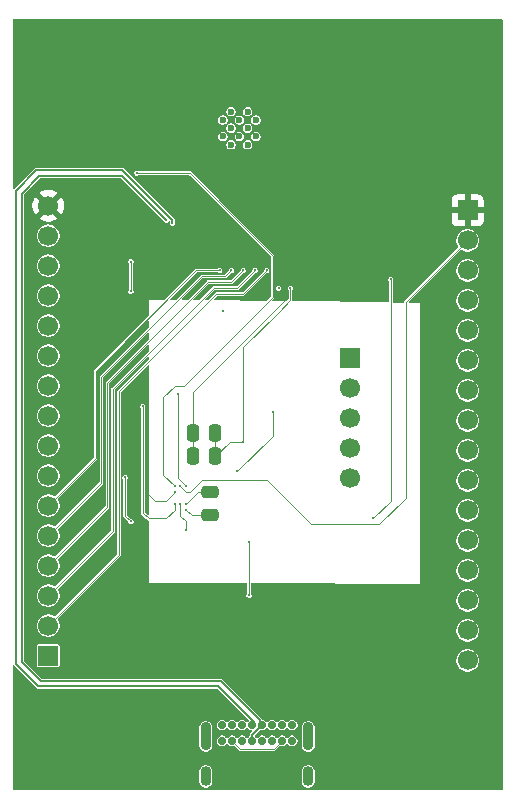
<source format=gbr>
%TF.GenerationSoftware,KiCad,Pcbnew,9.0.3*%
%TF.CreationDate,2025-08-20T22:27:51-04:00*%
%TF.ProjectId,bioimpedance,62696f69-6d70-4656-9461-6e63652e6b69,rev?*%
%TF.SameCoordinates,Original*%
%TF.FileFunction,Copper,L2,Bot*%
%TF.FilePolarity,Positive*%
%FSLAX46Y46*%
G04 Gerber Fmt 4.6, Leading zero omitted, Abs format (unit mm)*
G04 Created by KiCad (PCBNEW 9.0.3) date 2025-08-20 22:27:51*
%MOMM*%
%LPD*%
G01*
G04 APERTURE LIST*
G04 Aperture macros list*
%AMRoundRect*
0 Rectangle with rounded corners*
0 $1 Rounding radius*
0 $2 $3 $4 $5 $6 $7 $8 $9 X,Y pos of 4 corners*
0 Add a 4 corners polygon primitive as box body*
4,1,4,$2,$3,$4,$5,$6,$7,$8,$9,$2,$3,0*
0 Add four circle primitives for the rounded corners*
1,1,$1+$1,$2,$3*
1,1,$1+$1,$4,$5*
1,1,$1+$1,$6,$7*
1,1,$1+$1,$8,$9*
0 Add four rect primitives between the rounded corners*
20,1,$1+$1,$2,$3,$4,$5,0*
20,1,$1+$1,$4,$5,$6,$7,0*
20,1,$1+$1,$6,$7,$8,$9,0*
20,1,$1+$1,$8,$9,$2,$3,0*%
G04 Aperture macros list end*
%TA.AperFunction,ComponentPad*%
%ADD10R,1.700000X1.700000*%
%TD*%
%TA.AperFunction,ComponentPad*%
%ADD11C,1.700000*%
%TD*%
%TA.AperFunction,HeatsinkPad*%
%ADD12C,0.600000*%
%TD*%
%TA.AperFunction,ComponentPad*%
%ADD13C,0.700000*%
%TD*%
%TA.AperFunction,ComponentPad*%
%ADD14O,0.900000X2.400000*%
%TD*%
%TA.AperFunction,ComponentPad*%
%ADD15O,0.900000X1.700000*%
%TD*%
%TA.AperFunction,SMDPad,CuDef*%
%ADD16RoundRect,0.250000X-0.250000X-0.475000X0.250000X-0.475000X0.250000X0.475000X-0.250000X0.475000X0*%
%TD*%
%TA.AperFunction,SMDPad,CuDef*%
%ADD17RoundRect,0.250000X-0.475000X0.250000X-0.475000X-0.250000X0.475000X-0.250000X0.475000X0.250000X0*%
%TD*%
%TA.AperFunction,ViaPad*%
%ADD18C,0.250000*%
%TD*%
%TA.AperFunction,Conductor*%
%ADD19C,0.100000*%
%TD*%
%TA.AperFunction,Conductor*%
%ADD20C,0.200000*%
%TD*%
G04 APERTURE END LIST*
D10*
%TO.P,J8,1,Pin_1*%
%TO.N,GND*%
X96000000Y-88120000D03*
D11*
%TO.P,J8,2,Pin_2*%
%TO.N,14*%
X96000000Y-85580000D03*
%TO.P,J8,3,Pin_3*%
%TO.N,MOSI*%
X96000000Y-83040000D03*
%TO.P,J8,4,Pin_4*%
%TO.N,MISO*%
X96000000Y-80500000D03*
%TO.P,J8,5,Pin_5*%
%TO.N,11*%
X96000000Y-77960000D03*
%TO.P,J8,6,Pin_6*%
%TO.N,10*%
X96000000Y-75420000D03*
%TO.P,J8,7,Pin_7*%
%TO.N,09*%
X96000000Y-72880000D03*
%TO.P,J8,8,Pin_8*%
%TO.N,46*%
X96000000Y-70340000D03*
%TO.P,J8,9,Pin_9*%
%TO.N,03*%
X96000000Y-67800000D03*
%TO.P,J8,10,Pin_10*%
%TO.N,08*%
X96000000Y-65260000D03*
%TO.P,J8,11,Pin_11*%
%TO.N,SCLK*%
X96000000Y-62720000D03*
%TO.P,J8,12,Pin_12*%
%TO.N,15*%
X96000000Y-60180000D03*
%TO.P,J8,13,Pin_13*%
%TO.N,07*%
X96000000Y-57640000D03*
%TO.P,J8,14,Pin_14*%
%TO.N,06*%
X96000000Y-55100000D03*
%TO.P,J8,15,Pin_15*%
%TO.N,04*%
X96000000Y-52560000D03*
%TO.P,J8,16,Pin_16*%
%TO.N,+3V3*%
X96000000Y-50020000D03*
%TD*%
D12*
%TO.P,U1,41,GND*%
%TO.N,GND*%
X110775000Y-42760000D03*
X110775000Y-44160000D03*
X111475000Y-42060000D03*
X111475000Y-43460000D03*
X111475000Y-44860000D03*
X112175000Y-42760000D03*
X112175000Y-44160000D03*
X112875000Y-42060000D03*
X112875000Y-43460000D03*
X112875000Y-44860000D03*
X113575000Y-42760000D03*
X113575000Y-44160000D03*
%TD*%
D10*
%TO.P,J6,1,Pin_1*%
%TO.N,+3V3*%
X131500000Y-50420000D03*
D11*
%TO.P,J6,2,Pin_2*%
%TO.N,AOUT*%
X131500000Y-52960000D03*
%TO.P,J6,3,Pin_3*%
%TO.N,01*%
X131500000Y-55500000D03*
%TO.P,J6,4,Pin_4*%
%TO.N,02*%
X131500000Y-58040000D03*
%TO.P,J6,5,Pin_5*%
%TO.N,42*%
X131500000Y-60580000D03*
%TO.P,J6,6,Pin_6*%
%TO.N,41*%
X131500000Y-63120000D03*
%TO.P,J6,7,Pin_7*%
%TO.N,40*%
X131500000Y-65660000D03*
%TO.P,J6,8,Pin_8*%
%TO.N,39*%
X131500000Y-68200000D03*
%TO.P,J6,9,Pin_9*%
%TO.N,38*%
X131500000Y-70740000D03*
%TO.P,J6,10,Pin_10*%
%TO.N,37*%
X131500000Y-73280000D03*
%TO.P,J6,11,Pin_11*%
%TO.N,36*%
X131500000Y-75820000D03*
%TO.P,J6,12,Pin_12*%
%TO.N,35*%
X131500000Y-78360000D03*
%TO.P,J6,13,Pin_13*%
%TO.N,45*%
X131500000Y-80900000D03*
%TO.P,J6,14,Pin_14*%
%TO.N,48*%
X131500000Y-83440000D03*
%TO.P,J6,15,Pin_15*%
%TO.N,47*%
X131500000Y-85980000D03*
%TO.P,J6,16,Pin_16*%
%TO.N,GND*%
X131500000Y-88520000D03*
%TD*%
D13*
%TO.P,J3,A1,GND*%
%TO.N,GND*%
X110700000Y-93975000D03*
%TO.P,J3,A4,VBUS*%
%TO.N,VBUS*%
X111550000Y-93975000D03*
%TO.P,J3,A5,CC1*%
%TO.N,Net-(J3-CC1)*%
X112400000Y-93975000D03*
%TO.P,J3,A6,D+*%
%TO.N,D+*%
X113250000Y-93975000D03*
%TO.P,J3,A7,D-*%
%TO.N,D-*%
X114100000Y-93975000D03*
%TO.P,J3,A8,SBU1*%
%TO.N,unconnected-(J3-SBU1-PadA8)*%
X114950000Y-93975000D03*
%TO.P,J3,A9,VBUS*%
%TO.N,VBUS*%
X115800000Y-93975000D03*
%TO.P,J3,A12,GND*%
%TO.N,GND*%
X116650000Y-93975000D03*
%TO.P,J3,B1,GND*%
X116650000Y-95325000D03*
%TO.P,J3,B4,VBUS*%
%TO.N,VBUS*%
X115800000Y-95325000D03*
%TO.P,J3,B5,CC2*%
%TO.N,Net-(J3-CC2)*%
X114950000Y-95325000D03*
%TO.P,J3,B6,D+*%
%TO.N,D+*%
X114100000Y-95325000D03*
%TO.P,J3,B7,D-*%
%TO.N,D-*%
X113250000Y-95325000D03*
%TO.P,J3,B8,SBU2*%
%TO.N,unconnected-(J3-SBU2-PadB8)*%
X112400000Y-95325000D03*
%TO.P,J3,B9,VBUS*%
%TO.N,VBUS*%
X111550000Y-95325000D03*
%TO.P,J3,B12,GND*%
%TO.N,GND*%
X110700000Y-95325000D03*
D14*
%TO.P,J3,S1,SHIELD*%
%TO.N,unconnected-(J3-SHIELD-PadS1)_2*%
X109350000Y-94955000D03*
D15*
%TO.N,unconnected-(J3-SHIELD-PadS1)_3*%
X109350000Y-98335000D03*
D14*
%TO.N,unconnected-(J3-SHIELD-PadS1)*%
X118000000Y-94955000D03*
D15*
%TO.N,unconnected-(J3-SHIELD-PadS1)_1*%
X118000000Y-98335000D03*
%TD*%
D10*
%TO.P,J1,1,Pin_1*%
%TO.N,DVRP*%
X121528000Y-62948000D03*
D11*
%TO.P,J1,2,Pin_2*%
%TO.N,ECGP*%
X121528000Y-65488000D03*
%TO.P,J1,3,Pin_3*%
%TO.N,ECGN*%
X121528000Y-68028000D03*
%TO.P,J1,4,Pin_4*%
%TO.N,DVRN*%
X121528000Y-70568000D03*
%TO.P,J1,5,Pin_5*%
%TO.N,BIAS*%
X121528000Y-73108000D03*
%TD*%
D16*
%TO.P,C22,1*%
%TO.N,+3V3*%
X108235000Y-71250000D03*
%TO.P,C22,2*%
%TO.N,GND*%
X110135000Y-71250000D03*
%TD*%
D17*
%TO.P,C1,1*%
%TO.N,Net-(U2-CAPN)*%
X109685000Y-74300000D03*
%TO.P,C1,2*%
%TO.N,Net-(U2-CAPP)*%
X109685000Y-76200000D03*
%TD*%
D16*
%TO.P,C4,1*%
%TO.N,+3V3*%
X108235000Y-69250000D03*
%TO.P,C4,2*%
%TO.N,GND*%
X110135000Y-69250000D03*
%TD*%
D18*
%TO.N,Net-(U2-CAPN)*%
X107685000Y-75250000D03*
%TO.N,Net-(U2-CAPP)*%
X107685000Y-75750000D03*
%TO.N,+3V3*%
X114000000Y-57000000D03*
X106685000Y-74250000D03*
X117500000Y-86250000D03*
X110750000Y-58900000D03*
X96000000Y-45175000D03*
X116000000Y-57000000D03*
%TO.N,GND*%
X107685000Y-77500000D03*
X115500000Y-57000000D03*
X113000000Y-78500000D03*
X112500000Y-70000000D03*
X116500000Y-57000000D03*
X107185000Y-75250000D03*
X113000000Y-83000000D03*
%TO.N,Net-(U2-BIN)*%
X115000000Y-67500000D03*
X112000000Y-72500000D03*
%TO.N,D-*%
X106000000Y-51250000D03*
%TO.N,D+*%
X106500000Y-51500000D03*
%TO.N,BOOT*%
X123500000Y-76500000D03*
X125000000Y-56250000D03*
%TO.N,MOSI*%
X113500000Y-55500000D03*
%TO.N,MISO*%
X112500000Y-55500000D03*
%TO.N,AOUT*%
X107185000Y-73750000D03*
%TO.N,11*%
X111500000Y-55500000D03*
%TO.N,14*%
X114500000Y-55500000D03*
%TO.N,10*%
X110500000Y-55500000D03*
%TO.N,Net-(U2-RBIAS)*%
X107685000Y-73750000D03*
X107000000Y-66000000D03*
%TO.N,INT2B*%
X103000000Y-57250000D03*
X103000000Y-54750000D03*
%TO.N,INTB*%
X106685000Y-73750000D03*
X103500000Y-47250000D03*
%TO.N,Net-(U2-FCLK)*%
X104000000Y-67000000D03*
X106685000Y-75250000D03*
%TO.N,+1V8*%
X102500000Y-73000000D03*
X103000000Y-76750000D03*
%TD*%
D19*
%TO.N,Net-(U2-CAPN)*%
X107685000Y-75250000D02*
X108635000Y-74300000D01*
X108635000Y-74300000D02*
X109685000Y-74300000D01*
%TO.N,Net-(U2-CAPP)*%
X108135000Y-76200000D02*
X109685000Y-76200000D01*
X107685000Y-75750000D02*
X108135000Y-76200000D01*
%TO.N,+3V3*%
X108235000Y-69250000D02*
X108235000Y-65765000D01*
X105935000Y-75000000D02*
X105000000Y-75000000D01*
X108235000Y-71250000D02*
X108235000Y-69250000D01*
X106685000Y-74250000D02*
X105935000Y-75000000D01*
X108235000Y-65765000D02*
X116000000Y-58000000D01*
X116000000Y-58000000D02*
X116000000Y-57000000D01*
X105000000Y-75000000D02*
X104500000Y-74500000D01*
%TO.N,GND*%
X116500000Y-58000000D02*
X116500000Y-57000000D01*
X112500000Y-70000000D02*
X112500000Y-62000000D01*
X113000000Y-78500000D02*
X113000000Y-83000000D01*
X107185000Y-75250000D02*
X107185000Y-76250000D01*
X110135000Y-69250000D02*
X110135000Y-71250000D01*
X107685000Y-76750000D02*
X107685000Y-77500000D01*
X111385000Y-70000000D02*
X112500000Y-70000000D01*
X107185000Y-76250000D02*
X107685000Y-76750000D01*
X115500000Y-59000000D02*
X116500000Y-58000000D01*
X112500000Y-62000000D02*
X115500000Y-59000000D01*
X110135000Y-71250000D02*
X111385000Y-70000000D01*
%TO.N,Net-(U2-BIN)*%
X112000000Y-72500000D02*
X115000000Y-69500000D01*
X115000000Y-69500000D02*
X115000000Y-67500000D01*
%TO.N,VBUS*%
X112225000Y-96000000D02*
X115125000Y-96000000D01*
X111550000Y-95325000D02*
X112225000Y-96000000D01*
X115125000Y-96000000D02*
X115800000Y-95325000D01*
D20*
%TO.N,D-*%
X95250000Y-47500000D02*
X99750000Y-47500000D01*
X95343198Y-90275000D02*
X94159099Y-89090901D01*
X113250000Y-95325000D02*
X113250000Y-94825000D01*
X113250000Y-94825000D02*
X114100000Y-93975000D01*
X113900001Y-93581803D02*
X110593198Y-90275000D01*
X93750000Y-88681802D02*
X93750000Y-49000000D01*
X114100000Y-93975000D02*
X113900001Y-93775001D01*
X102250000Y-47500000D02*
X106000000Y-51250000D01*
X94159099Y-89090901D02*
X93750000Y-88681802D01*
X113900001Y-93775001D02*
X113900001Y-93581803D01*
X99750000Y-47500000D02*
X102250000Y-47500000D01*
X93750000Y-49000000D02*
X95250000Y-47500000D01*
X110593198Y-90275000D02*
X95343198Y-90275000D01*
%TO.N,D+*%
X95000000Y-47000000D02*
X102250000Y-47000000D01*
X93840901Y-89409099D02*
X93250000Y-88818198D01*
X113250000Y-93975000D02*
X113449999Y-93775001D01*
X93250000Y-88818198D02*
X93250000Y-48750000D01*
X106500000Y-51250000D02*
X106500000Y-51500000D01*
X113449999Y-93775001D02*
X113449999Y-93768197D01*
X93250000Y-48750000D02*
X95000000Y-47000000D01*
X102250000Y-47000000D02*
X106500000Y-51250000D01*
X95156802Y-90725000D02*
X93840901Y-89409099D01*
X113449999Y-93768197D02*
X110406802Y-90725000D01*
X110406802Y-90725000D02*
X95156802Y-90725000D01*
D19*
%TO.N,BOOT*%
X125000000Y-75000000D02*
X123500000Y-76500000D01*
X125000000Y-56250000D02*
X125000000Y-75000000D01*
%TO.N,MOSI*%
X101500000Y-65500000D02*
X110000000Y-57000000D01*
X110000000Y-57000000D02*
X112000000Y-57000000D01*
X112000000Y-57000000D02*
X113500000Y-55500000D01*
X96000000Y-83040000D02*
X101500000Y-77540000D01*
X101500000Y-77540000D02*
X101500000Y-65500000D01*
%TO.N,MISO*%
X101000000Y-75500000D02*
X101000000Y-65000000D01*
X101000000Y-65000000D02*
X109500000Y-56500000D01*
X111500000Y-56500000D02*
X112500000Y-55500000D01*
X109500000Y-56500000D02*
X111500000Y-56500000D01*
X96000000Y-80500000D02*
X101000000Y-75500000D01*
%TO.N,AOUT*%
X126250000Y-58210000D02*
X131500000Y-52960000D01*
X107685000Y-74250000D02*
X108000000Y-74250000D01*
X126250000Y-74750000D02*
X126250000Y-58210000D01*
X108000000Y-74250000D02*
X109000000Y-73250000D01*
X114500000Y-73250000D02*
X118250000Y-77000000D01*
X107185000Y-73750000D02*
X107685000Y-74250000D01*
X118250000Y-77000000D02*
X124000000Y-77000000D01*
X124000000Y-77000000D02*
X126250000Y-74750000D01*
X109000000Y-73250000D02*
X114500000Y-73250000D01*
%TO.N,11*%
X100500000Y-64500000D02*
X109000000Y-56000000D01*
X111000000Y-56000000D02*
X111500000Y-55500000D01*
X100500000Y-73460000D02*
X100500000Y-64500000D01*
X96000000Y-77960000D02*
X100500000Y-73460000D01*
X109000000Y-56000000D02*
X111000000Y-56000000D01*
%TO.N,14*%
X102000000Y-65736956D02*
X110236956Y-57500000D01*
X112500000Y-57500000D02*
X114500000Y-55500000D01*
X110236956Y-57500000D02*
X112500000Y-57500000D01*
X102000000Y-79580000D02*
X102000000Y-65736956D01*
X96000000Y-85580000D02*
X102000000Y-79580000D01*
%TO.N,10*%
X108500000Y-55500000D02*
X110500000Y-55500000D01*
X100000000Y-64000000D02*
X108500000Y-55500000D01*
X96000000Y-75420000D02*
X100000000Y-71420000D01*
X100000000Y-71420000D02*
X100000000Y-64000000D01*
%TO.N,Net-(U2-RBIAS)*%
X107685000Y-73750000D02*
X107000000Y-73065000D01*
X107000000Y-73065000D02*
X107000000Y-66000000D01*
%TO.N,INT2B*%
X103000000Y-57250000D02*
X103000000Y-54750000D01*
%TO.N,INTB*%
X107486956Y-65250000D02*
X106750000Y-65250000D01*
X105750000Y-72815000D02*
X106685000Y-73750000D01*
X106750000Y-65250000D02*
X105750000Y-66250000D01*
X105750000Y-66250000D02*
X105750000Y-72815000D01*
X115000000Y-54250000D02*
X115000000Y-57736956D01*
X103500000Y-47250000D02*
X108000000Y-47250000D01*
X108000000Y-47250000D02*
X115000000Y-54250000D01*
X115000000Y-57736956D02*
X107486956Y-65250000D01*
%TO.N,Net-(U2-FCLK)*%
X106000000Y-76500000D02*
X104500000Y-76500000D01*
X106685000Y-75815000D02*
X106000000Y-76500000D01*
X106685000Y-75250000D02*
X106685000Y-75815000D01*
X104500000Y-76500000D02*
X104000000Y-76000000D01*
X104000000Y-76000000D02*
X104000000Y-67000000D01*
%TO.N,+1V8*%
X102500000Y-73000000D02*
X102500000Y-76250000D01*
X102500000Y-76250000D02*
X103000000Y-76750000D01*
%TD*%
%TA.AperFunction,Conductor*%
%TO.N,+3V3*%
G36*
X134485148Y-34264352D02*
G01*
X134499500Y-34299000D01*
X134499500Y-99450500D01*
X134485148Y-99485148D01*
X134450500Y-99499500D01*
X93049500Y-99499500D01*
X93014852Y-99485148D01*
X93000500Y-99450500D01*
X93000500Y-97862522D01*
X108799500Y-97862522D01*
X108799500Y-98807477D01*
X108837015Y-98947483D01*
X108837016Y-98947487D01*
X108909491Y-99073015D01*
X109011985Y-99175509D01*
X109057930Y-99202035D01*
X109137512Y-99247983D01*
X109137514Y-99247983D01*
X109137515Y-99247984D01*
X109172517Y-99257363D01*
X109277522Y-99285500D01*
X109277525Y-99285500D01*
X109422477Y-99285500D01*
X109492480Y-99266742D01*
X109562485Y-99247984D01*
X109688015Y-99175509D01*
X109790509Y-99073015D01*
X109862984Y-98947485D01*
X109881742Y-98877480D01*
X109900500Y-98807477D01*
X109900500Y-97862522D01*
X117449500Y-97862522D01*
X117449500Y-98807477D01*
X117487015Y-98947483D01*
X117487016Y-98947487D01*
X117559491Y-99073015D01*
X117661985Y-99175509D01*
X117707930Y-99202035D01*
X117787512Y-99247983D01*
X117787514Y-99247983D01*
X117787515Y-99247984D01*
X117822517Y-99257363D01*
X117927522Y-99285500D01*
X117927525Y-99285500D01*
X118072477Y-99285500D01*
X118142480Y-99266742D01*
X118212485Y-99247984D01*
X118338015Y-99175509D01*
X118440509Y-99073015D01*
X118512984Y-98947485D01*
X118531742Y-98877480D01*
X118550500Y-98807477D01*
X118550500Y-97862522D01*
X118512984Y-97722516D01*
X118512983Y-97722512D01*
X118440508Y-97596984D01*
X118338015Y-97494491D01*
X118212487Y-97422016D01*
X118212483Y-97422015D01*
X118072478Y-97384500D01*
X118072475Y-97384500D01*
X117927525Y-97384500D01*
X117927522Y-97384500D01*
X117787516Y-97422015D01*
X117787512Y-97422016D01*
X117661984Y-97494491D01*
X117661984Y-97494492D01*
X117559492Y-97596984D01*
X117559491Y-97596984D01*
X117487016Y-97722512D01*
X117487015Y-97722516D01*
X117449500Y-97862522D01*
X109900500Y-97862522D01*
X109862984Y-97722516D01*
X109862983Y-97722512D01*
X109790508Y-97596984D01*
X109688015Y-97494491D01*
X109562487Y-97422016D01*
X109562483Y-97422015D01*
X109422478Y-97384500D01*
X109422475Y-97384500D01*
X109277525Y-97384500D01*
X109277522Y-97384500D01*
X109137516Y-97422015D01*
X109137512Y-97422016D01*
X109011984Y-97494491D01*
X109011984Y-97494492D01*
X108909492Y-97596984D01*
X108909491Y-97596984D01*
X108837016Y-97722512D01*
X108837015Y-97722516D01*
X108799500Y-97862522D01*
X93000500Y-97862522D01*
X93000500Y-94132522D01*
X108799500Y-94132522D01*
X108799500Y-95777477D01*
X108837015Y-95917483D01*
X108837016Y-95917487D01*
X108909491Y-96043015D01*
X109011985Y-96145509D01*
X109020630Y-96150500D01*
X109137512Y-96217983D01*
X109137514Y-96217983D01*
X109137515Y-96217984D01*
X109172517Y-96227363D01*
X109277522Y-96255500D01*
X109277525Y-96255500D01*
X109422477Y-96255500D01*
X109492480Y-96236742D01*
X109562485Y-96217984D01*
X109688015Y-96145509D01*
X109790509Y-96043015D01*
X109862984Y-95917485D01*
X109890932Y-95813183D01*
X109900500Y-95777477D01*
X109900500Y-94132522D01*
X109862984Y-93992516D01*
X109862983Y-93992512D01*
X109790508Y-93866984D01*
X109688015Y-93764491D01*
X109562487Y-93692016D01*
X109562483Y-93692015D01*
X109422478Y-93654500D01*
X109422475Y-93654500D01*
X109277525Y-93654500D01*
X109277522Y-93654500D01*
X109137516Y-93692015D01*
X109137512Y-93692016D01*
X109011984Y-93764491D01*
X109011984Y-93764492D01*
X108909492Y-93866984D01*
X108909491Y-93866984D01*
X108837016Y-93992512D01*
X108837015Y-93992516D01*
X108799500Y-94132522D01*
X93000500Y-94132522D01*
X93000500Y-88970544D01*
X93014852Y-88935896D01*
X93049500Y-88921544D01*
X93084148Y-88935896D01*
X93670925Y-89522673D01*
X94986826Y-90838574D01*
X95043228Y-90894976D01*
X95116920Y-90925500D01*
X110303456Y-90925500D01*
X110338104Y-90939852D01*
X112958427Y-93560174D01*
X112972779Y-93594822D01*
X112958427Y-93629470D01*
X112889513Y-93698384D01*
X112867435Y-93736624D01*
X112837681Y-93759454D01*
X112800499Y-93754558D01*
X112782565Y-93736624D01*
X112777768Y-93728315D01*
X112760489Y-93698387D01*
X112676613Y-93614511D01*
X112573887Y-93555201D01*
X112573884Y-93555200D01*
X112459312Y-93524500D01*
X112459309Y-93524500D01*
X112340691Y-93524500D01*
X112340688Y-93524500D01*
X112226115Y-93555200D01*
X112226112Y-93555201D01*
X112123386Y-93614511D01*
X112123386Y-93614512D01*
X112039513Y-93698384D01*
X112017435Y-93736624D01*
X111987681Y-93759454D01*
X111950499Y-93754558D01*
X111932565Y-93736624D01*
X111927768Y-93728315D01*
X111910489Y-93698387D01*
X111826613Y-93614511D01*
X111723887Y-93555201D01*
X111723884Y-93555200D01*
X111609312Y-93524500D01*
X111609309Y-93524500D01*
X111490691Y-93524500D01*
X111490688Y-93524500D01*
X111376115Y-93555200D01*
X111376112Y-93555201D01*
X111273386Y-93614511D01*
X111273386Y-93614512D01*
X111189513Y-93698384D01*
X111167435Y-93736624D01*
X111137681Y-93759454D01*
X111100499Y-93754558D01*
X111082565Y-93736624D01*
X111077768Y-93728315D01*
X111060489Y-93698387D01*
X110976613Y-93614511D01*
X110873887Y-93555201D01*
X110873884Y-93555200D01*
X110759312Y-93524500D01*
X110759309Y-93524500D01*
X110640691Y-93524500D01*
X110640688Y-93524500D01*
X110526115Y-93555200D01*
X110526112Y-93555201D01*
X110423386Y-93614511D01*
X110423386Y-93614512D01*
X110339512Y-93698386D01*
X110339511Y-93698386D01*
X110280201Y-93801112D01*
X110280200Y-93801115D01*
X110249500Y-93915688D01*
X110249500Y-94034311D01*
X110280200Y-94148884D01*
X110280201Y-94148887D01*
X110339511Y-94251613D01*
X110423387Y-94335489D01*
X110526114Y-94394799D01*
X110554758Y-94402474D01*
X110640688Y-94425500D01*
X110640691Y-94425500D01*
X110759311Y-94425500D01*
X110823112Y-94408404D01*
X110873886Y-94394799D01*
X110976613Y-94335489D01*
X111060489Y-94251613D01*
X111082565Y-94213375D01*
X111112318Y-94190546D01*
X111149500Y-94195441D01*
X111167434Y-94213375D01*
X111189511Y-94251613D01*
X111273387Y-94335489D01*
X111376114Y-94394799D01*
X111404758Y-94402474D01*
X111490688Y-94425500D01*
X111490691Y-94425500D01*
X111609311Y-94425500D01*
X111673112Y-94408404D01*
X111723886Y-94394799D01*
X111826613Y-94335489D01*
X111910489Y-94251613D01*
X111932565Y-94213375D01*
X111962318Y-94190546D01*
X111999500Y-94195441D01*
X112017434Y-94213375D01*
X112039511Y-94251613D01*
X112123387Y-94335489D01*
X112226114Y-94394799D01*
X112254758Y-94402474D01*
X112340688Y-94425500D01*
X112340691Y-94425500D01*
X112459311Y-94425500D01*
X112523112Y-94408404D01*
X112573886Y-94394799D01*
X112676613Y-94335489D01*
X112760489Y-94251613D01*
X112782565Y-94213375D01*
X112812318Y-94190546D01*
X112849500Y-94195441D01*
X112867434Y-94213375D01*
X112889511Y-94251613D01*
X112973387Y-94335489D01*
X113076114Y-94394799D01*
X113104758Y-94402474D01*
X113190688Y-94425500D01*
X113247653Y-94425500D01*
X113282301Y-94439852D01*
X113296653Y-94474500D01*
X113282300Y-94509148D01*
X113136426Y-94655024D01*
X113108225Y-94683225D01*
X113080024Y-94711425D01*
X113049500Y-94785116D01*
X113049500Y-94892276D01*
X113035148Y-94926924D01*
X113025001Y-94934711D01*
X112973390Y-94964509D01*
X112973383Y-94964514D01*
X112889513Y-95048384D01*
X112867435Y-95086624D01*
X112837681Y-95109454D01*
X112800499Y-95104558D01*
X112782565Y-95086624D01*
X112760489Y-95048387D01*
X112676613Y-94964511D01*
X112647863Y-94947912D01*
X112573887Y-94905201D01*
X112573884Y-94905200D01*
X112459312Y-94874500D01*
X112459309Y-94874500D01*
X112340691Y-94874500D01*
X112340688Y-94874500D01*
X112226115Y-94905200D01*
X112226112Y-94905201D01*
X112123386Y-94964511D01*
X112123386Y-94964512D01*
X112039513Y-95048384D01*
X112017435Y-95086624D01*
X111987681Y-95109454D01*
X111950499Y-95104558D01*
X111932565Y-95086624D01*
X111910489Y-95048387D01*
X111826613Y-94964511D01*
X111797863Y-94947912D01*
X111723887Y-94905201D01*
X111723884Y-94905200D01*
X111609312Y-94874500D01*
X111609309Y-94874500D01*
X111490691Y-94874500D01*
X111490688Y-94874500D01*
X111376115Y-94905200D01*
X111376112Y-94905201D01*
X111273386Y-94964511D01*
X111273386Y-94964512D01*
X111189513Y-95048384D01*
X111167435Y-95086624D01*
X111137681Y-95109454D01*
X111100499Y-95104558D01*
X111082565Y-95086624D01*
X111060489Y-95048387D01*
X110976613Y-94964511D01*
X110947863Y-94947912D01*
X110873887Y-94905201D01*
X110873884Y-94905200D01*
X110759312Y-94874500D01*
X110759309Y-94874500D01*
X110640691Y-94874500D01*
X110640688Y-94874500D01*
X110526115Y-94905200D01*
X110526112Y-94905201D01*
X110423386Y-94964511D01*
X110423386Y-94964512D01*
X110339512Y-95048386D01*
X110339511Y-95048386D01*
X110280201Y-95151112D01*
X110280200Y-95151115D01*
X110249500Y-95265688D01*
X110249500Y-95384311D01*
X110280200Y-95498884D01*
X110280201Y-95498887D01*
X110339511Y-95601613D01*
X110423387Y-95685489D01*
X110498585Y-95728905D01*
X110523796Y-95743461D01*
X110526114Y-95744799D01*
X110545625Y-95750027D01*
X110640688Y-95775500D01*
X110640691Y-95775500D01*
X110759311Y-95775500D01*
X110816597Y-95760149D01*
X110873886Y-95744799D01*
X110976613Y-95685489D01*
X111060489Y-95601613D01*
X111082565Y-95563375D01*
X111112318Y-95540546D01*
X111149500Y-95545441D01*
X111167434Y-95563375D01*
X111189511Y-95601613D01*
X111273387Y-95685489D01*
X111348585Y-95728905D01*
X111373796Y-95743461D01*
X111376114Y-95744799D01*
X111395625Y-95750027D01*
X111490688Y-95775500D01*
X111490691Y-95775500D01*
X111609311Y-95775500D01*
X111722644Y-95745132D01*
X111759826Y-95750027D01*
X111769973Y-95757813D01*
X112139748Y-96127587D01*
X112155946Y-96134295D01*
X112155949Y-96134298D01*
X112155950Y-96134297D01*
X112195064Y-96150500D01*
X112195065Y-96150500D01*
X115154934Y-96150500D01*
X115154936Y-96150500D01*
X115177848Y-96141009D01*
X115210252Y-96127588D01*
X115580026Y-95757812D01*
X115614673Y-95743461D01*
X115627350Y-95745130D01*
X115695051Y-95763270D01*
X115740689Y-95775500D01*
X115740691Y-95775500D01*
X115859311Y-95775500D01*
X115916597Y-95760149D01*
X115973886Y-95744799D01*
X116076613Y-95685489D01*
X116160489Y-95601613D01*
X116182565Y-95563375D01*
X116212318Y-95540546D01*
X116249500Y-95545441D01*
X116267434Y-95563375D01*
X116289511Y-95601613D01*
X116373387Y-95685489D01*
X116448585Y-95728905D01*
X116473796Y-95743461D01*
X116476114Y-95744799D01*
X116495625Y-95750027D01*
X116590688Y-95775500D01*
X116590691Y-95775500D01*
X116709311Y-95775500D01*
X116766597Y-95760149D01*
X116823886Y-95744799D01*
X116926613Y-95685489D01*
X117010489Y-95601613D01*
X117069799Y-95498886D01*
X117085149Y-95441597D01*
X117100500Y-95384311D01*
X117100500Y-95265688D01*
X117069799Y-95151115D01*
X117069798Y-95151112D01*
X117010488Y-95048386D01*
X116926613Y-94964511D01*
X116823887Y-94905201D01*
X116823884Y-94905200D01*
X116709312Y-94874500D01*
X116709309Y-94874500D01*
X116590691Y-94874500D01*
X116590688Y-94874500D01*
X116476115Y-94905200D01*
X116476112Y-94905201D01*
X116373386Y-94964511D01*
X116373386Y-94964512D01*
X116289513Y-95048384D01*
X116267435Y-95086624D01*
X116237681Y-95109454D01*
X116200499Y-95104558D01*
X116182565Y-95086624D01*
X116160489Y-95048387D01*
X116076613Y-94964511D01*
X116047863Y-94947912D01*
X115973887Y-94905201D01*
X115973884Y-94905200D01*
X115859312Y-94874500D01*
X115859309Y-94874500D01*
X115740691Y-94874500D01*
X115740688Y-94874500D01*
X115626115Y-94905200D01*
X115626112Y-94905201D01*
X115523386Y-94964511D01*
X115523386Y-94964512D01*
X115439513Y-95048384D01*
X115417435Y-95086624D01*
X115387681Y-95109454D01*
X115350499Y-95104558D01*
X115332565Y-95086624D01*
X115310489Y-95048387D01*
X115226613Y-94964511D01*
X115197863Y-94947912D01*
X115123887Y-94905201D01*
X115123884Y-94905200D01*
X115009312Y-94874500D01*
X115009309Y-94874500D01*
X114890691Y-94874500D01*
X114890688Y-94874500D01*
X114776115Y-94905200D01*
X114776112Y-94905201D01*
X114673386Y-94964511D01*
X114673386Y-94964512D01*
X114589513Y-95048384D01*
X114567435Y-95086624D01*
X114537681Y-95109454D01*
X114500499Y-95104558D01*
X114482565Y-95086624D01*
X114460489Y-95048387D01*
X114376613Y-94964511D01*
X114347863Y-94947912D01*
X114273887Y-94905201D01*
X114273884Y-94905200D01*
X114159312Y-94874500D01*
X114159309Y-94874500D01*
X114040691Y-94874500D01*
X114040688Y-94874500D01*
X113926115Y-94905200D01*
X113926112Y-94905201D01*
X113823386Y-94964511D01*
X113823386Y-94964512D01*
X113739513Y-95048384D01*
X113717435Y-95086624D01*
X113687681Y-95109454D01*
X113650499Y-95104558D01*
X113632565Y-95086624D01*
X113610489Y-95048387D01*
X113526613Y-94964511D01*
X113526608Y-94964508D01*
X113526604Y-94964505D01*
X113497866Y-94947912D01*
X113475036Y-94918159D01*
X113479933Y-94880977D01*
X113487715Y-94870833D01*
X113935793Y-94422755D01*
X113970440Y-94408404D01*
X113983121Y-94410073D01*
X113999428Y-94414443D01*
X114040689Y-94425500D01*
X114040691Y-94425500D01*
X114159311Y-94425500D01*
X114223112Y-94408404D01*
X114273886Y-94394799D01*
X114376613Y-94335489D01*
X114460489Y-94251613D01*
X114482565Y-94213375D01*
X114512318Y-94190546D01*
X114549500Y-94195441D01*
X114567434Y-94213375D01*
X114589511Y-94251613D01*
X114673387Y-94335489D01*
X114776114Y-94394799D01*
X114804758Y-94402474D01*
X114890688Y-94425500D01*
X114890691Y-94425500D01*
X115009311Y-94425500D01*
X115073112Y-94408404D01*
X115123886Y-94394799D01*
X115226613Y-94335489D01*
X115310489Y-94251613D01*
X115332565Y-94213375D01*
X115362318Y-94190546D01*
X115399500Y-94195441D01*
X115417434Y-94213375D01*
X115439511Y-94251613D01*
X115523387Y-94335489D01*
X115626114Y-94394799D01*
X115654758Y-94402474D01*
X115740688Y-94425500D01*
X115740691Y-94425500D01*
X115859311Y-94425500D01*
X115923112Y-94408404D01*
X115973886Y-94394799D01*
X116076613Y-94335489D01*
X116160489Y-94251613D01*
X116182565Y-94213375D01*
X116212318Y-94190546D01*
X116249500Y-94195441D01*
X116267434Y-94213375D01*
X116289511Y-94251613D01*
X116373387Y-94335489D01*
X116476114Y-94394799D01*
X116504758Y-94402474D01*
X116590688Y-94425500D01*
X116590691Y-94425500D01*
X116709311Y-94425500D01*
X116773112Y-94408404D01*
X116823886Y-94394799D01*
X116926613Y-94335489D01*
X117010489Y-94251613D01*
X117069799Y-94148886D01*
X117074184Y-94132522D01*
X117449500Y-94132522D01*
X117449500Y-95777477D01*
X117487015Y-95917483D01*
X117487016Y-95917487D01*
X117559491Y-96043015D01*
X117661985Y-96145509D01*
X117670630Y-96150500D01*
X117787512Y-96217983D01*
X117787514Y-96217983D01*
X117787515Y-96217984D01*
X117822517Y-96227363D01*
X117927522Y-96255500D01*
X117927525Y-96255500D01*
X118072477Y-96255500D01*
X118142480Y-96236742D01*
X118212485Y-96217984D01*
X118338015Y-96145509D01*
X118440509Y-96043015D01*
X118512984Y-95917485D01*
X118540932Y-95813183D01*
X118550500Y-95777477D01*
X118550500Y-94132522D01*
X118512984Y-93992516D01*
X118512983Y-93992512D01*
X118440508Y-93866984D01*
X118338015Y-93764491D01*
X118212487Y-93692016D01*
X118212483Y-93692015D01*
X118072478Y-93654500D01*
X118072475Y-93654500D01*
X117927525Y-93654500D01*
X117927522Y-93654500D01*
X117787516Y-93692015D01*
X117787512Y-93692016D01*
X117661984Y-93764491D01*
X117661984Y-93764492D01*
X117559492Y-93866984D01*
X117559491Y-93866984D01*
X117487016Y-93992512D01*
X117487015Y-93992516D01*
X117449500Y-94132522D01*
X117074184Y-94132522D01*
X117078442Y-94116631D01*
X117100500Y-94034311D01*
X117100500Y-93915688D01*
X117069799Y-93801115D01*
X117069798Y-93801112D01*
X117048655Y-93764492D01*
X117010489Y-93698387D01*
X116926613Y-93614511D01*
X116823887Y-93555201D01*
X116823884Y-93555200D01*
X116709312Y-93524500D01*
X116709309Y-93524500D01*
X116590691Y-93524500D01*
X116590688Y-93524500D01*
X116476115Y-93555200D01*
X116476112Y-93555201D01*
X116373386Y-93614511D01*
X116373386Y-93614512D01*
X116289513Y-93698384D01*
X116267435Y-93736624D01*
X116237681Y-93759454D01*
X116200499Y-93754558D01*
X116182565Y-93736624D01*
X116177768Y-93728315D01*
X116160489Y-93698387D01*
X116076613Y-93614511D01*
X115973887Y-93555201D01*
X115973884Y-93555200D01*
X115859312Y-93524500D01*
X115859309Y-93524500D01*
X115740691Y-93524500D01*
X115740688Y-93524500D01*
X115626115Y-93555200D01*
X115626112Y-93555201D01*
X115523386Y-93614511D01*
X115523386Y-93614512D01*
X115439513Y-93698384D01*
X115417435Y-93736624D01*
X115387681Y-93759454D01*
X115350499Y-93754558D01*
X115332565Y-93736624D01*
X115327768Y-93728315D01*
X115310489Y-93698387D01*
X115226613Y-93614511D01*
X115123887Y-93555201D01*
X115123884Y-93555200D01*
X115009312Y-93524500D01*
X115009309Y-93524500D01*
X114890691Y-93524500D01*
X114890688Y-93524500D01*
X114776115Y-93555200D01*
X114776112Y-93555201D01*
X114673386Y-93614511D01*
X114673386Y-93614512D01*
X114589513Y-93698384D01*
X114567435Y-93736624D01*
X114537681Y-93759454D01*
X114500499Y-93754558D01*
X114482565Y-93736624D01*
X114477768Y-93728315D01*
X114460489Y-93698387D01*
X114376613Y-93614511D01*
X114273887Y-93555201D01*
X114273884Y-93555200D01*
X114159312Y-93524500D01*
X114159309Y-93524500D01*
X114126026Y-93524500D01*
X114091378Y-93510148D01*
X114080756Y-93494252D01*
X114080430Y-93493467D01*
X114069977Y-93468229D01*
X114013575Y-93411827D01*
X110706774Y-90105025D01*
X110633081Y-90074500D01*
X110633080Y-90074500D01*
X95446544Y-90074500D01*
X95411896Y-90060148D01*
X94269883Y-88918135D01*
X94269876Y-88918129D01*
X93964852Y-88613104D01*
X93950500Y-88578456D01*
X93950500Y-87260095D01*
X95049500Y-87260095D01*
X95049500Y-88979894D01*
X95049501Y-88979898D01*
X95055331Y-89009213D01*
X95055331Y-89009214D01*
X95055332Y-89009215D01*
X95055332Y-89009216D01*
X95077542Y-89042456D01*
X95077543Y-89042457D01*
X95110787Y-89064669D01*
X95140101Y-89070500D01*
X96859898Y-89070499D01*
X96889213Y-89064669D01*
X96922457Y-89042457D01*
X96944669Y-89009213D01*
X96950500Y-88979899D01*
X96950499Y-88426384D01*
X130549500Y-88426384D01*
X130549500Y-88613616D01*
X130569637Y-88714852D01*
X130586026Y-88797248D01*
X130586029Y-88797258D01*
X130657675Y-88970225D01*
X130657676Y-88970227D01*
X130657678Y-88970231D01*
X130761698Y-89125908D01*
X130894092Y-89258302D01*
X131049769Y-89362322D01*
X131049774Y-89362324D01*
X131222741Y-89433970D01*
X131222743Y-89433970D01*
X131222749Y-89433973D01*
X131406384Y-89470500D01*
X131406387Y-89470500D01*
X131593613Y-89470500D01*
X131593616Y-89470500D01*
X131777251Y-89433973D01*
X131950231Y-89362322D01*
X132105908Y-89258302D01*
X132238302Y-89125908D01*
X132342322Y-88970231D01*
X132413973Y-88797251D01*
X132450500Y-88613616D01*
X132450500Y-88426384D01*
X132413973Y-88242749D01*
X132342322Y-88069769D01*
X132238302Y-87914092D01*
X132105908Y-87781698D01*
X131950231Y-87677678D01*
X131950227Y-87677676D01*
X131950225Y-87677675D01*
X131777258Y-87606029D01*
X131777248Y-87606026D01*
X131703194Y-87591296D01*
X131593616Y-87569500D01*
X131406384Y-87569500D01*
X131314986Y-87587680D01*
X131222751Y-87606026D01*
X131222741Y-87606029D01*
X131049774Y-87677675D01*
X131049770Y-87677677D01*
X131049769Y-87677678D01*
X131010195Y-87704120D01*
X130894092Y-87781697D01*
X130761697Y-87914092D01*
X130657675Y-88069774D01*
X130586029Y-88242741D01*
X130586026Y-88242751D01*
X130567680Y-88334986D01*
X130549500Y-88426384D01*
X96950499Y-88426384D01*
X96950499Y-88069774D01*
X96950499Y-87260105D01*
X96950499Y-87260102D01*
X96944669Y-87230787D01*
X96944667Y-87230784D01*
X96944667Y-87230783D01*
X96922457Y-87197543D01*
X96889212Y-87175330D01*
X96859901Y-87169500D01*
X95140105Y-87169500D01*
X95140104Y-87169500D01*
X95140102Y-87169501D01*
X95110787Y-87175331D01*
X95110786Y-87175331D01*
X95110784Y-87175332D01*
X95110783Y-87175332D01*
X95077543Y-87197542D01*
X95055330Y-87230786D01*
X95055330Y-87230787D01*
X95049500Y-87260095D01*
X93950500Y-87260095D01*
X93950500Y-75326384D01*
X95049500Y-75326384D01*
X95049500Y-75513616D01*
X95073740Y-75635479D01*
X95086026Y-75697248D01*
X95086029Y-75697258D01*
X95157675Y-75870225D01*
X95157676Y-75870227D01*
X95157678Y-75870231D01*
X95261698Y-76025908D01*
X95394092Y-76158302D01*
X95549769Y-76262322D01*
X95568863Y-76270231D01*
X95722741Y-76333970D01*
X95722743Y-76333970D01*
X95722749Y-76333973D01*
X95906384Y-76370500D01*
X95906387Y-76370500D01*
X96093613Y-76370500D01*
X96093616Y-76370500D01*
X96277251Y-76333973D01*
X96450231Y-76262322D01*
X96605908Y-76158302D01*
X96738302Y-76025908D01*
X96842322Y-75870231D01*
X96913973Y-75697251D01*
X96950500Y-75513616D01*
X96950500Y-75326384D01*
X96913973Y-75142749D01*
X96842322Y-74969769D01*
X96792863Y-74895748D01*
X96785548Y-74858969D01*
X96798956Y-74833882D01*
X100127587Y-71505252D01*
X100138750Y-71478302D01*
X100150500Y-71449936D01*
X100150500Y-64082635D01*
X100164852Y-64047987D01*
X104416352Y-59796487D01*
X104451000Y-59782135D01*
X104485648Y-59796487D01*
X104500000Y-59831135D01*
X104500000Y-60266863D01*
X104485648Y-60301511D01*
X100372413Y-64414746D01*
X100358990Y-64447149D01*
X100358990Y-64447151D01*
X100349500Y-64470064D01*
X100349500Y-64470065D01*
X100349500Y-73377363D01*
X100335148Y-73412011D01*
X96586118Y-77161040D01*
X96551470Y-77175392D01*
X96524248Y-77167134D01*
X96450231Y-77117678D01*
X96277256Y-77046029D01*
X96277254Y-77046028D01*
X96277248Y-77046026D01*
X96203194Y-77031296D01*
X96093616Y-77009500D01*
X95906384Y-77009500D01*
X95814986Y-77027680D01*
X95722751Y-77046026D01*
X95722741Y-77046029D01*
X95549774Y-77117675D01*
X95549770Y-77117677D01*
X95549769Y-77117678D01*
X95510195Y-77144120D01*
X95394092Y-77221697D01*
X95261697Y-77354092D01*
X95157675Y-77509774D01*
X95086029Y-77682741D01*
X95086026Y-77682751D01*
X95071836Y-77754092D01*
X95049500Y-77866384D01*
X95049500Y-78053616D01*
X95073740Y-78175479D01*
X95086026Y-78237248D01*
X95086029Y-78237258D01*
X95157675Y-78410225D01*
X95157676Y-78410227D01*
X95157678Y-78410231D01*
X95261698Y-78565908D01*
X95394092Y-78698302D01*
X95549769Y-78802322D01*
X95568863Y-78810231D01*
X95722741Y-78873970D01*
X95722743Y-78873970D01*
X95722749Y-78873973D01*
X95906384Y-78910500D01*
X95906387Y-78910500D01*
X96093613Y-78910500D01*
X96093616Y-78910500D01*
X96277251Y-78873973D01*
X96450231Y-78802322D01*
X96605908Y-78698302D01*
X96738302Y-78565908D01*
X96842322Y-78410231D01*
X96913973Y-78237251D01*
X96950500Y-78053616D01*
X96950500Y-77866384D01*
X96913973Y-77682749D01*
X96842322Y-77509769D01*
X96792863Y-77435748D01*
X96785548Y-77398969D01*
X96798956Y-77373882D01*
X100627587Y-73545252D01*
X100641450Y-73511784D01*
X100650500Y-73489936D01*
X100650500Y-64582635D01*
X100664852Y-64547987D01*
X104416352Y-60796487D01*
X104451000Y-60782135D01*
X104485648Y-60796487D01*
X104500000Y-60831135D01*
X104500000Y-61266863D01*
X104485648Y-61301511D01*
X100872413Y-64914746D01*
X100858990Y-64947149D01*
X100858990Y-64947151D01*
X100849500Y-64970064D01*
X100849500Y-64970065D01*
X100849500Y-75417363D01*
X100835148Y-75452011D01*
X96586118Y-79701040D01*
X96551470Y-79715392D01*
X96524248Y-79707134D01*
X96450231Y-79657678D01*
X96429382Y-79649042D01*
X96277254Y-79586028D01*
X96277248Y-79586026D01*
X96203194Y-79571296D01*
X96093616Y-79549500D01*
X95906384Y-79549500D01*
X95814986Y-79567680D01*
X95722751Y-79586026D01*
X95722741Y-79586029D01*
X95549774Y-79657675D01*
X95549770Y-79657677D01*
X95549769Y-79657678D01*
X95510195Y-79684120D01*
X95394092Y-79761697D01*
X95261697Y-79894092D01*
X95157675Y-80049774D01*
X95086029Y-80222741D01*
X95086026Y-80222751D01*
X95071836Y-80294092D01*
X95049500Y-80406384D01*
X95049500Y-80593616D01*
X95073740Y-80715479D01*
X95086026Y-80777248D01*
X95086029Y-80777258D01*
X95157675Y-80950225D01*
X95157676Y-80950227D01*
X95157678Y-80950231D01*
X95261698Y-81105908D01*
X95394092Y-81238302D01*
X95549769Y-81342322D01*
X95568863Y-81350231D01*
X95722741Y-81413970D01*
X95722743Y-81413970D01*
X95722749Y-81413973D01*
X95906384Y-81450500D01*
X95906387Y-81450500D01*
X96093613Y-81450500D01*
X96093616Y-81450500D01*
X96277251Y-81413973D01*
X96450231Y-81342322D01*
X96605908Y-81238302D01*
X96738302Y-81105908D01*
X96842322Y-80950231D01*
X96913973Y-80777251D01*
X96950500Y-80593616D01*
X96950500Y-80406384D01*
X96913973Y-80222749D01*
X96842322Y-80049769D01*
X96792863Y-79975748D01*
X96785548Y-79938969D01*
X96798956Y-79913882D01*
X101127588Y-75585251D01*
X101143188Y-75547588D01*
X101150500Y-75529936D01*
X101150500Y-65082635D01*
X101164852Y-65047987D01*
X104416352Y-61796487D01*
X104451000Y-61782135D01*
X104485648Y-61796487D01*
X104500000Y-61831135D01*
X104500000Y-62266863D01*
X104485648Y-62301511D01*
X101372413Y-65414746D01*
X101358990Y-65447149D01*
X101358990Y-65447151D01*
X101349500Y-65470064D01*
X101349500Y-65470065D01*
X101349500Y-77457363D01*
X101335148Y-77492011D01*
X96586118Y-82241040D01*
X96551470Y-82255392D01*
X96524248Y-82247134D01*
X96450231Y-82197678D01*
X96277256Y-82126029D01*
X96277254Y-82126028D01*
X96277248Y-82126026D01*
X96203194Y-82111296D01*
X96093616Y-82089500D01*
X95906384Y-82089500D01*
X95814986Y-82107680D01*
X95722751Y-82126026D01*
X95722741Y-82126029D01*
X95549774Y-82197675D01*
X95549770Y-82197677D01*
X95549769Y-82197678D01*
X95510195Y-82224120D01*
X95394092Y-82301697D01*
X95261697Y-82434092D01*
X95157675Y-82589774D01*
X95086029Y-82762741D01*
X95086026Y-82762751D01*
X95076370Y-82811297D01*
X95049500Y-82946384D01*
X95049500Y-83133616D01*
X95067777Y-83225500D01*
X95086026Y-83317248D01*
X95086029Y-83317258D01*
X95157675Y-83490225D01*
X95157676Y-83490227D01*
X95157678Y-83490231D01*
X95261698Y-83645908D01*
X95394092Y-83778302D01*
X95549769Y-83882322D01*
X95568863Y-83890231D01*
X95722741Y-83953970D01*
X95722743Y-83953970D01*
X95722749Y-83953973D01*
X95906384Y-83990500D01*
X95906387Y-83990500D01*
X96093613Y-83990500D01*
X96093616Y-83990500D01*
X96277251Y-83953973D01*
X96450231Y-83882322D01*
X96605908Y-83778302D01*
X96738302Y-83645908D01*
X96842322Y-83490231D01*
X96913973Y-83317251D01*
X96950500Y-83133616D01*
X96950500Y-82946384D01*
X96913973Y-82762749D01*
X96842322Y-82589769D01*
X96792863Y-82515748D01*
X96785548Y-82478969D01*
X96798956Y-82453882D01*
X101627588Y-77625251D01*
X101644156Y-77585251D01*
X101650500Y-77569936D01*
X101650500Y-65582635D01*
X101664852Y-65547987D01*
X104416352Y-62796487D01*
X104451000Y-62782135D01*
X104485648Y-62796487D01*
X104500000Y-62831135D01*
X104500000Y-63003819D01*
X104485648Y-63038467D01*
X101872413Y-65651702D01*
X101858990Y-65684105D01*
X101858990Y-65684107D01*
X101849500Y-65707020D01*
X101849500Y-65707021D01*
X101849500Y-79497363D01*
X101835148Y-79532011D01*
X96586118Y-84781040D01*
X96551470Y-84795392D01*
X96524248Y-84787134D01*
X96450231Y-84737678D01*
X96277256Y-84666029D01*
X96277254Y-84666028D01*
X96277248Y-84666026D01*
X96203194Y-84651296D01*
X96093616Y-84629500D01*
X95906384Y-84629500D01*
X95814986Y-84647680D01*
X95722751Y-84666026D01*
X95722741Y-84666029D01*
X95549774Y-84737675D01*
X95549770Y-84737677D01*
X95549769Y-84737678D01*
X95510195Y-84764120D01*
X95394092Y-84841697D01*
X95261697Y-84974092D01*
X95157675Y-85129774D01*
X95086029Y-85302741D01*
X95086026Y-85302751D01*
X95071836Y-85374092D01*
X95049500Y-85486384D01*
X95049500Y-85673616D01*
X95073740Y-85795479D01*
X95086026Y-85857248D01*
X95086029Y-85857258D01*
X95157675Y-86030225D01*
X95157676Y-86030227D01*
X95157678Y-86030231D01*
X95261698Y-86185908D01*
X95394092Y-86318302D01*
X95549769Y-86422322D01*
X95568863Y-86430231D01*
X95722741Y-86493970D01*
X95722743Y-86493970D01*
X95722749Y-86493973D01*
X95906384Y-86530500D01*
X95906387Y-86530500D01*
X96093613Y-86530500D01*
X96093616Y-86530500D01*
X96277251Y-86493973D01*
X96450231Y-86422322D01*
X96605908Y-86318302D01*
X96738302Y-86185908D01*
X96842322Y-86030231D01*
X96901906Y-85886384D01*
X130549500Y-85886384D01*
X130549500Y-86073616D01*
X130571836Y-86185907D01*
X130586026Y-86257248D01*
X130586029Y-86257258D01*
X130657675Y-86430225D01*
X130657676Y-86430227D01*
X130657678Y-86430231D01*
X130761698Y-86585908D01*
X130894092Y-86718302D01*
X131049769Y-86822322D01*
X131049774Y-86822324D01*
X131222741Y-86893970D01*
X131222743Y-86893970D01*
X131222749Y-86893973D01*
X131406384Y-86930500D01*
X131406387Y-86930500D01*
X131593613Y-86930500D01*
X131593616Y-86930500D01*
X131777251Y-86893973D01*
X131950231Y-86822322D01*
X132105908Y-86718302D01*
X132238302Y-86585908D01*
X132342322Y-86430231D01*
X132413973Y-86257251D01*
X132450500Y-86073616D01*
X132450500Y-85886384D01*
X132413973Y-85702749D01*
X132342322Y-85529769D01*
X132238302Y-85374092D01*
X132105908Y-85241698D01*
X131950231Y-85137678D01*
X131950227Y-85137676D01*
X131950225Y-85137675D01*
X131777258Y-85066029D01*
X131777248Y-85066026D01*
X131703194Y-85051296D01*
X131593616Y-85029500D01*
X131406384Y-85029500D01*
X131314986Y-85047680D01*
X131222751Y-85066026D01*
X131222741Y-85066029D01*
X131049774Y-85137675D01*
X131049770Y-85137677D01*
X131049769Y-85137678D01*
X131010195Y-85164120D01*
X130894092Y-85241697D01*
X130761697Y-85374092D01*
X130657675Y-85529774D01*
X130586029Y-85702741D01*
X130586026Y-85702751D01*
X130567680Y-85794986D01*
X130549500Y-85886384D01*
X96901906Y-85886384D01*
X96913973Y-85857251D01*
X96950500Y-85673616D01*
X96950500Y-85486384D01*
X96913973Y-85302749D01*
X96842322Y-85129769D01*
X96792863Y-85055748D01*
X96785548Y-85018969D01*
X96798956Y-84993882D01*
X98446454Y-83346384D01*
X130549500Y-83346384D01*
X130549500Y-83533616D01*
X130571836Y-83645907D01*
X130586026Y-83717248D01*
X130586029Y-83717258D01*
X130657675Y-83890225D01*
X130657676Y-83890227D01*
X130657678Y-83890231D01*
X130761698Y-84045908D01*
X130894092Y-84178302D01*
X131049769Y-84282322D01*
X131049774Y-84282324D01*
X131222741Y-84353970D01*
X131222743Y-84353970D01*
X131222749Y-84353973D01*
X131406384Y-84390500D01*
X131406387Y-84390500D01*
X131593613Y-84390500D01*
X131593616Y-84390500D01*
X131777251Y-84353973D01*
X131950231Y-84282322D01*
X132105908Y-84178302D01*
X132238302Y-84045908D01*
X132342322Y-83890231D01*
X132413973Y-83717251D01*
X132450500Y-83533616D01*
X132450500Y-83346384D01*
X132413973Y-83162749D01*
X132399471Y-83127739D01*
X132342324Y-82989774D01*
X132342322Y-82989769D01*
X132238302Y-82834092D01*
X132105908Y-82701698D01*
X131950231Y-82597678D01*
X131950227Y-82597676D01*
X131950225Y-82597675D01*
X131777258Y-82526029D01*
X131777248Y-82526026D01*
X131703194Y-82511296D01*
X131593616Y-82489500D01*
X131406384Y-82489500D01*
X131314986Y-82507680D01*
X131222751Y-82526026D01*
X131222741Y-82526029D01*
X131049774Y-82597675D01*
X131049770Y-82597677D01*
X131049769Y-82597678D01*
X131010195Y-82624120D01*
X130894092Y-82701697D01*
X130761697Y-82834092D01*
X130657675Y-82989774D01*
X130586029Y-83162741D01*
X130586026Y-83162751D01*
X130573545Y-83225500D01*
X130549500Y-83346384D01*
X98446454Y-83346384D01*
X102127587Y-79665252D01*
X102134297Y-79649049D01*
X102150500Y-79609936D01*
X102150500Y-72955143D01*
X102274500Y-72955143D01*
X102274500Y-72955145D01*
X102274500Y-73044855D01*
X102274500Y-73044857D01*
X102274501Y-73044858D01*
X102308829Y-73127735D01*
X102308830Y-73127736D01*
X102335148Y-73154054D01*
X102349500Y-73188701D01*
X102349500Y-76279936D01*
X102358990Y-76302848D01*
X102372412Y-76335252D01*
X102372413Y-76335254D01*
X102760148Y-76722987D01*
X102774500Y-76757635D01*
X102774500Y-76794855D01*
X102774500Y-76794857D01*
X102774501Y-76794858D01*
X102808830Y-76877736D01*
X102808832Y-76877739D01*
X102872261Y-76941168D01*
X102872263Y-76941169D01*
X102872264Y-76941170D01*
X102955145Y-76975500D01*
X102955147Y-76975500D01*
X103044853Y-76975500D01*
X103044855Y-76975500D01*
X103127736Y-76941170D01*
X103127737Y-76941168D01*
X103127739Y-76941168D01*
X103191168Y-76877739D01*
X103191168Y-76877737D01*
X103191170Y-76877736D01*
X103225500Y-76794855D01*
X103225500Y-76705145D01*
X103191170Y-76622264D01*
X103191169Y-76622263D01*
X103191168Y-76622261D01*
X103127739Y-76558832D01*
X103127736Y-76558830D01*
X103044858Y-76524501D01*
X103044856Y-76524500D01*
X103044855Y-76524500D01*
X103044853Y-76524500D01*
X103007635Y-76524500D01*
X102972987Y-76510148D01*
X102664852Y-76202012D01*
X102650500Y-76167364D01*
X102650500Y-73188702D01*
X102664852Y-73154054D01*
X102691170Y-73127736D01*
X102725500Y-73044855D01*
X102725500Y-72955145D01*
X102691170Y-72872264D01*
X102691169Y-72872263D01*
X102691168Y-72872261D01*
X102627739Y-72808832D01*
X102627736Y-72808830D01*
X102544858Y-72774501D01*
X102544856Y-72774500D01*
X102544855Y-72774500D01*
X102455145Y-72774500D01*
X102455143Y-72774500D01*
X102455141Y-72774501D01*
X102372263Y-72808830D01*
X102308830Y-72872263D01*
X102274501Y-72955141D01*
X102274500Y-72955143D01*
X102150500Y-72955143D01*
X102150500Y-65819592D01*
X102164852Y-65784944D01*
X104416352Y-63533444D01*
X104451000Y-63519092D01*
X104485648Y-63533444D01*
X104500000Y-63568092D01*
X104500000Y-76168864D01*
X104485648Y-76203512D01*
X104451000Y-76217864D01*
X104416352Y-76203512D01*
X104164852Y-75952012D01*
X104150500Y-75917364D01*
X104150500Y-67188702D01*
X104164852Y-67154054D01*
X104191170Y-67127736D01*
X104225500Y-67044855D01*
X104225500Y-66955145D01*
X104191170Y-66872264D01*
X104191169Y-66872263D01*
X104191168Y-66872261D01*
X104127739Y-66808832D01*
X104127736Y-66808830D01*
X104044858Y-66774501D01*
X104044856Y-66774500D01*
X104044855Y-66774500D01*
X103955145Y-66774500D01*
X103955143Y-66774500D01*
X103955141Y-66774501D01*
X103872263Y-66808830D01*
X103808830Y-66872263D01*
X103774501Y-66955141D01*
X103774500Y-66955143D01*
X103774500Y-66955145D01*
X103774500Y-67044855D01*
X103774500Y-67044857D01*
X103774501Y-67044858D01*
X103808829Y-67127735D01*
X103808830Y-67127736D01*
X103835148Y-67154054D01*
X103849500Y-67188701D01*
X103849500Y-76029937D01*
X103857603Y-76049497D01*
X103857603Y-76049499D01*
X103872411Y-76085252D01*
X103872412Y-76085253D01*
X104297309Y-76510148D01*
X104414749Y-76627588D01*
X104442406Y-76639043D01*
X104469753Y-76650371D01*
X104496271Y-76676891D01*
X104500000Y-76695641D01*
X104500000Y-82000000D01*
X112800524Y-82004009D01*
X112835165Y-82018378D01*
X112849500Y-82053009D01*
X112849500Y-82811297D01*
X112835148Y-82845945D01*
X112808830Y-82872263D01*
X112774501Y-82955141D01*
X112774500Y-82955143D01*
X112774500Y-82955145D01*
X112774500Y-83044855D01*
X112774500Y-83044857D01*
X112774501Y-83044858D01*
X112808830Y-83127736D01*
X112808832Y-83127739D01*
X112872261Y-83191168D01*
X112872263Y-83191169D01*
X112872264Y-83191170D01*
X112955145Y-83225500D01*
X112955147Y-83225500D01*
X113044853Y-83225500D01*
X113044855Y-83225500D01*
X113127736Y-83191170D01*
X113127737Y-83191168D01*
X113127739Y-83191168D01*
X113191168Y-83127739D01*
X113191168Y-83127737D01*
X113191170Y-83127736D01*
X113225500Y-83044855D01*
X113225500Y-82955145D01*
X113191170Y-82872264D01*
X113191169Y-82872263D01*
X113191168Y-82872261D01*
X113164852Y-82845945D01*
X113150500Y-82811297D01*
X113150500Y-82053201D01*
X113164852Y-82018553D01*
X113199498Y-82004201D01*
X127500000Y-82011111D01*
X127500000Y-80806384D01*
X130549500Y-80806384D01*
X130549500Y-80993616D01*
X130571836Y-81105907D01*
X130586026Y-81177248D01*
X130586029Y-81177258D01*
X130657675Y-81350225D01*
X130657676Y-81350227D01*
X130657678Y-81350231D01*
X130761698Y-81505908D01*
X130894092Y-81638302D01*
X131049769Y-81742322D01*
X131049774Y-81742324D01*
X131222741Y-81813970D01*
X131222743Y-81813970D01*
X131222749Y-81813973D01*
X131406384Y-81850500D01*
X131406387Y-81850500D01*
X131593613Y-81850500D01*
X131593616Y-81850500D01*
X131777251Y-81813973D01*
X131950231Y-81742322D01*
X132105908Y-81638302D01*
X132238302Y-81505908D01*
X132342322Y-81350231D01*
X132413973Y-81177251D01*
X132450500Y-80993616D01*
X132450500Y-80806384D01*
X132413973Y-80622749D01*
X132342322Y-80449769D01*
X132238302Y-80294092D01*
X132105908Y-80161698D01*
X131950231Y-80057678D01*
X131950227Y-80057676D01*
X131950225Y-80057675D01*
X131777258Y-79986029D01*
X131777248Y-79986026D01*
X131703194Y-79971296D01*
X131593616Y-79949500D01*
X131406384Y-79949500D01*
X131314986Y-79967680D01*
X131222751Y-79986026D01*
X131222741Y-79986029D01*
X131049774Y-80057675D01*
X131049770Y-80057677D01*
X131049769Y-80057678D01*
X131010195Y-80084120D01*
X130894092Y-80161697D01*
X130761697Y-80294092D01*
X130657675Y-80449774D01*
X130586029Y-80622741D01*
X130586026Y-80622751D01*
X130567680Y-80714986D01*
X130549500Y-80806384D01*
X127500000Y-80806384D01*
X127500000Y-78266384D01*
X130549500Y-78266384D01*
X130549500Y-78453616D01*
X130571836Y-78565907D01*
X130586026Y-78637248D01*
X130586029Y-78637258D01*
X130657675Y-78810225D01*
X130657676Y-78810227D01*
X130657678Y-78810231D01*
X130761698Y-78965908D01*
X130894092Y-79098302D01*
X131049769Y-79202322D01*
X131049774Y-79202324D01*
X131222741Y-79273970D01*
X131222743Y-79273970D01*
X131222749Y-79273973D01*
X131406384Y-79310500D01*
X131406387Y-79310500D01*
X131593613Y-79310500D01*
X131593616Y-79310500D01*
X131777251Y-79273973D01*
X131950231Y-79202322D01*
X132105908Y-79098302D01*
X132238302Y-78965908D01*
X132342322Y-78810231D01*
X132413973Y-78637251D01*
X132450500Y-78453616D01*
X132450500Y-78266384D01*
X132413973Y-78082749D01*
X132342322Y-77909769D01*
X132238302Y-77754092D01*
X132105908Y-77621698D01*
X131950231Y-77517678D01*
X131950227Y-77517676D01*
X131950225Y-77517675D01*
X131777258Y-77446029D01*
X131777248Y-77446026D01*
X131703194Y-77431296D01*
X131593616Y-77409500D01*
X131406384Y-77409500D01*
X131314986Y-77427680D01*
X131222751Y-77446026D01*
X131222741Y-77446029D01*
X131049774Y-77517675D01*
X131049770Y-77517677D01*
X131049769Y-77517678D01*
X131010195Y-77544120D01*
X130894092Y-77621697D01*
X130761697Y-77754092D01*
X130657675Y-77909774D01*
X130586029Y-78082741D01*
X130586026Y-78082751D01*
X130567680Y-78174986D01*
X130549500Y-78266384D01*
X127500000Y-78266384D01*
X127500000Y-75726384D01*
X130549500Y-75726384D01*
X130549500Y-75913616D01*
X130571836Y-76025907D01*
X130586026Y-76097248D01*
X130586029Y-76097258D01*
X130657675Y-76270225D01*
X130657676Y-76270227D01*
X130657678Y-76270231D01*
X130761698Y-76425908D01*
X130894092Y-76558302D01*
X131049769Y-76662322D01*
X131049774Y-76662324D01*
X131222741Y-76733970D01*
X131222743Y-76733970D01*
X131222749Y-76733973D01*
X131406384Y-76770500D01*
X131406387Y-76770500D01*
X131593613Y-76770500D01*
X131593616Y-76770500D01*
X131777251Y-76733973D01*
X131950231Y-76662322D01*
X132105908Y-76558302D01*
X132238302Y-76425908D01*
X132342322Y-76270231D01*
X132413973Y-76097251D01*
X132450500Y-75913616D01*
X132450500Y-75726384D01*
X132413973Y-75542749D01*
X132408664Y-75529933D01*
X132342324Y-75369774D01*
X132342322Y-75369769D01*
X132238302Y-75214092D01*
X132105908Y-75081698D01*
X131950231Y-74977678D01*
X131950227Y-74977676D01*
X131950225Y-74977675D01*
X131777258Y-74906029D01*
X131777248Y-74906026D01*
X131703194Y-74891296D01*
X131593616Y-74869500D01*
X131406384Y-74869500D01*
X131314986Y-74887680D01*
X131222751Y-74906026D01*
X131222741Y-74906029D01*
X131049774Y-74977675D01*
X131049770Y-74977677D01*
X131049769Y-74977678D01*
X131010195Y-75004120D01*
X130894092Y-75081697D01*
X130761697Y-75214092D01*
X130657675Y-75369774D01*
X130586029Y-75542741D01*
X130586026Y-75542751D01*
X130585064Y-75547588D01*
X130549500Y-75726384D01*
X127500000Y-75726384D01*
X127500000Y-73186384D01*
X130549500Y-73186384D01*
X130549500Y-73373616D01*
X130571836Y-73485907D01*
X130586026Y-73557248D01*
X130586029Y-73557258D01*
X130657675Y-73730225D01*
X130657676Y-73730227D01*
X130657678Y-73730231D01*
X130761698Y-73885908D01*
X130894092Y-74018302D01*
X131049769Y-74122322D01*
X131049774Y-74122324D01*
X131222741Y-74193970D01*
X131222743Y-74193970D01*
X131222749Y-74193973D01*
X131406384Y-74230500D01*
X131406387Y-74230500D01*
X131593613Y-74230500D01*
X131593616Y-74230500D01*
X131777251Y-74193973D01*
X131950231Y-74122322D01*
X132105908Y-74018302D01*
X132238302Y-73885908D01*
X132342322Y-73730231D01*
X132413973Y-73557251D01*
X132450500Y-73373616D01*
X132450500Y-73186384D01*
X132413973Y-73002749D01*
X132342322Y-72829769D01*
X132238302Y-72674092D01*
X132105908Y-72541698D01*
X131950231Y-72437678D01*
X131950227Y-72437676D01*
X131950225Y-72437675D01*
X131777258Y-72366029D01*
X131777248Y-72366026D01*
X131703194Y-72351296D01*
X131593616Y-72329500D01*
X131406384Y-72329500D01*
X131314986Y-72347680D01*
X131222751Y-72366026D01*
X131222741Y-72366029D01*
X131049774Y-72437675D01*
X131049770Y-72437677D01*
X131049769Y-72437678D01*
X131010195Y-72464120D01*
X130894092Y-72541697D01*
X130761697Y-72674092D01*
X130657675Y-72829774D01*
X130586029Y-73002741D01*
X130586026Y-73002751D01*
X130577651Y-73044858D01*
X130549500Y-73186384D01*
X127500000Y-73186384D01*
X127500000Y-70646384D01*
X130549500Y-70646384D01*
X130549500Y-70833616D01*
X130571836Y-70945907D01*
X130586026Y-71017248D01*
X130586029Y-71017258D01*
X130657675Y-71190225D01*
X130657676Y-71190227D01*
X130657678Y-71190231D01*
X130761698Y-71345908D01*
X130894092Y-71478302D01*
X131049769Y-71582322D01*
X131049774Y-71582324D01*
X131222741Y-71653970D01*
X131222743Y-71653970D01*
X131222749Y-71653973D01*
X131406384Y-71690500D01*
X131406387Y-71690500D01*
X131593613Y-71690500D01*
X131593616Y-71690500D01*
X131777251Y-71653973D01*
X131950231Y-71582322D01*
X132105908Y-71478302D01*
X132238302Y-71345908D01*
X132342322Y-71190231D01*
X132413973Y-71017251D01*
X132450500Y-70833616D01*
X132450500Y-70646384D01*
X132413973Y-70462749D01*
X132342322Y-70289769D01*
X132238302Y-70134092D01*
X132105908Y-70001698D01*
X131950231Y-69897678D01*
X131950227Y-69897676D01*
X131950225Y-69897675D01*
X131777258Y-69826029D01*
X131777248Y-69826026D01*
X131703194Y-69811296D01*
X131593616Y-69789500D01*
X131406384Y-69789500D01*
X131314986Y-69807680D01*
X131222751Y-69826026D01*
X131222741Y-69826029D01*
X131049774Y-69897675D01*
X131049770Y-69897677D01*
X131049769Y-69897678D01*
X131010195Y-69924120D01*
X130894092Y-70001697D01*
X130761697Y-70134092D01*
X130657675Y-70289774D01*
X130586029Y-70462741D01*
X130586026Y-70462751D01*
X130567680Y-70554986D01*
X130549500Y-70646384D01*
X127500000Y-70646384D01*
X127500000Y-68106384D01*
X130549500Y-68106384D01*
X130549500Y-68293616D01*
X130571836Y-68405907D01*
X130586026Y-68477248D01*
X130586029Y-68477258D01*
X130657675Y-68650225D01*
X130657676Y-68650227D01*
X130657678Y-68650231D01*
X130761698Y-68805908D01*
X130894092Y-68938302D01*
X131049769Y-69042322D01*
X131049774Y-69042324D01*
X131222741Y-69113970D01*
X131222743Y-69113970D01*
X131222749Y-69113973D01*
X131406384Y-69150500D01*
X131406387Y-69150500D01*
X131593613Y-69150500D01*
X131593616Y-69150500D01*
X131777251Y-69113973D01*
X131950231Y-69042322D01*
X132105908Y-68938302D01*
X132238302Y-68805908D01*
X132342322Y-68650231D01*
X132413973Y-68477251D01*
X132450500Y-68293616D01*
X132450500Y-68106384D01*
X132413973Y-67922749D01*
X132342322Y-67749769D01*
X132238302Y-67594092D01*
X132105908Y-67461698D01*
X131950231Y-67357678D01*
X131950227Y-67357676D01*
X131950225Y-67357675D01*
X131777258Y-67286029D01*
X131777248Y-67286026D01*
X131703194Y-67271296D01*
X131593616Y-67249500D01*
X131406384Y-67249500D01*
X131314986Y-67267680D01*
X131222751Y-67286026D01*
X131222741Y-67286029D01*
X131049774Y-67357675D01*
X131049770Y-67357677D01*
X131049769Y-67357678D01*
X131010195Y-67384120D01*
X130894092Y-67461697D01*
X130761697Y-67594092D01*
X130657675Y-67749774D01*
X130586029Y-67922741D01*
X130586026Y-67922751D01*
X130567680Y-68014986D01*
X130549500Y-68106384D01*
X127500000Y-68106384D01*
X127500000Y-65566384D01*
X130549500Y-65566384D01*
X130549500Y-65753616D01*
X130571836Y-65865907D01*
X130586026Y-65937248D01*
X130586029Y-65937258D01*
X130657675Y-66110225D01*
X130657676Y-66110227D01*
X130657678Y-66110231D01*
X130761698Y-66265908D01*
X130894092Y-66398302D01*
X131049769Y-66502322D01*
X131049774Y-66502324D01*
X131222741Y-66573970D01*
X131222743Y-66573970D01*
X131222749Y-66573973D01*
X131406384Y-66610500D01*
X131406387Y-66610500D01*
X131593613Y-66610500D01*
X131593616Y-66610500D01*
X131777251Y-66573973D01*
X131950231Y-66502322D01*
X132105908Y-66398302D01*
X132238302Y-66265908D01*
X132342322Y-66110231D01*
X132413973Y-65937251D01*
X132450500Y-65753616D01*
X132450500Y-65566384D01*
X132413973Y-65382749D01*
X132342322Y-65209769D01*
X132238302Y-65054092D01*
X132105908Y-64921698D01*
X131950231Y-64817678D01*
X131950227Y-64817676D01*
X131950225Y-64817675D01*
X131777258Y-64746029D01*
X131777248Y-64746026D01*
X131703194Y-64731296D01*
X131593616Y-64709500D01*
X131406384Y-64709500D01*
X131314986Y-64727680D01*
X131222751Y-64746026D01*
X131222741Y-64746029D01*
X131049774Y-64817675D01*
X131049770Y-64817677D01*
X131049769Y-64817678D01*
X131010195Y-64844120D01*
X130894092Y-64921697D01*
X130761697Y-65054092D01*
X130657675Y-65209774D01*
X130586029Y-65382741D01*
X130586026Y-65382751D01*
X130579662Y-65414746D01*
X130549500Y-65566384D01*
X127500000Y-65566384D01*
X127500000Y-63026384D01*
X130549500Y-63026384D01*
X130549500Y-63213616D01*
X130571836Y-63325907D01*
X130586026Y-63397248D01*
X130586029Y-63397258D01*
X130657675Y-63570225D01*
X130657676Y-63570227D01*
X130657678Y-63570231D01*
X130761698Y-63725908D01*
X130894092Y-63858302D01*
X131049769Y-63962322D01*
X131049774Y-63962324D01*
X131222741Y-64033970D01*
X131222743Y-64033970D01*
X131222749Y-64033973D01*
X131406384Y-64070500D01*
X131406387Y-64070500D01*
X131593613Y-64070500D01*
X131593616Y-64070500D01*
X131777251Y-64033973D01*
X131950231Y-63962322D01*
X132105908Y-63858302D01*
X132238302Y-63725908D01*
X132342322Y-63570231D01*
X132413973Y-63397251D01*
X132450500Y-63213616D01*
X132450500Y-63026384D01*
X132413973Y-62842749D01*
X132409162Y-62831135D01*
X132342324Y-62669774D01*
X132342322Y-62669769D01*
X132238302Y-62514092D01*
X132105908Y-62381698D01*
X131950231Y-62277678D01*
X131950227Y-62277676D01*
X131950225Y-62277675D01*
X131777258Y-62206029D01*
X131777248Y-62206026D01*
X131703194Y-62191296D01*
X131593616Y-62169500D01*
X131406384Y-62169500D01*
X131314986Y-62187680D01*
X131222751Y-62206026D01*
X131222741Y-62206029D01*
X131049774Y-62277675D01*
X131049770Y-62277677D01*
X131049769Y-62277678D01*
X131014100Y-62301511D01*
X130894092Y-62381697D01*
X130761697Y-62514092D01*
X130657675Y-62669774D01*
X130586029Y-62842741D01*
X130586026Y-62842751D01*
X130567680Y-62934986D01*
X130549500Y-63026384D01*
X127500000Y-63026384D01*
X127500000Y-60486384D01*
X130549500Y-60486384D01*
X130549500Y-60673616D01*
X130557302Y-60712839D01*
X130586026Y-60857248D01*
X130586029Y-60857258D01*
X130657675Y-61030225D01*
X130657676Y-61030227D01*
X130657678Y-61030231D01*
X130761698Y-61185908D01*
X130894092Y-61318302D01*
X131049769Y-61422322D01*
X131049774Y-61422324D01*
X131222741Y-61493970D01*
X131222743Y-61493970D01*
X131222749Y-61493973D01*
X131406384Y-61530500D01*
X131406387Y-61530500D01*
X131593613Y-61530500D01*
X131593616Y-61530500D01*
X131777251Y-61493973D01*
X131950231Y-61422322D01*
X132105908Y-61318302D01*
X132238302Y-61185908D01*
X132342322Y-61030231D01*
X132413973Y-60857251D01*
X132450500Y-60673616D01*
X132450500Y-60486384D01*
X132413973Y-60302749D01*
X132413460Y-60301511D01*
X132342324Y-60129774D01*
X132342322Y-60129769D01*
X132238302Y-59974092D01*
X132105908Y-59841698D01*
X132090099Y-59831135D01*
X132038245Y-59796487D01*
X131950231Y-59737678D01*
X131950227Y-59737676D01*
X131950225Y-59737675D01*
X131777258Y-59666029D01*
X131777248Y-59666026D01*
X131703194Y-59651296D01*
X131593616Y-59629500D01*
X131406384Y-59629500D01*
X131314986Y-59647680D01*
X131222751Y-59666026D01*
X131222741Y-59666029D01*
X131049774Y-59737675D01*
X131049770Y-59737677D01*
X131049769Y-59737678D01*
X131010195Y-59764120D01*
X130894092Y-59841697D01*
X130761697Y-59974092D01*
X130657675Y-60129774D01*
X130586029Y-60302741D01*
X130586026Y-60302751D01*
X130567680Y-60394986D01*
X130549500Y-60486384D01*
X127500000Y-60486384D01*
X127500000Y-58247583D01*
X127499999Y-58247582D01*
X126554377Y-58236161D01*
X126519905Y-58221392D01*
X126505973Y-58186573D01*
X126520320Y-58152518D01*
X126726454Y-57946384D01*
X130549500Y-57946384D01*
X130549500Y-58133616D01*
X130568805Y-58230668D01*
X130586026Y-58317248D01*
X130586029Y-58317258D01*
X130657675Y-58490225D01*
X130657676Y-58490227D01*
X130657678Y-58490231D01*
X130761698Y-58645908D01*
X130894092Y-58778302D01*
X131049769Y-58882322D01*
X131049774Y-58882324D01*
X131222741Y-58953970D01*
X131222743Y-58953970D01*
X131222749Y-58953973D01*
X131406384Y-58990500D01*
X131406387Y-58990500D01*
X131593613Y-58990500D01*
X131593616Y-58990500D01*
X131777251Y-58953973D01*
X131950231Y-58882322D01*
X132105908Y-58778302D01*
X132238302Y-58645908D01*
X132342322Y-58490231D01*
X132413973Y-58317251D01*
X132450500Y-58133616D01*
X132450500Y-57946384D01*
X132413973Y-57762749D01*
X132383411Y-57688967D01*
X132342324Y-57589774D01*
X132342322Y-57589769D01*
X132238302Y-57434092D01*
X132105908Y-57301698D01*
X132095671Y-57294858D01*
X132067381Y-57275955D01*
X131950231Y-57197678D01*
X131950227Y-57197676D01*
X131950225Y-57197675D01*
X131777258Y-57126029D01*
X131777248Y-57126026D01*
X131703194Y-57111296D01*
X131593616Y-57089500D01*
X131406384Y-57089500D01*
X131314986Y-57107680D01*
X131222751Y-57126026D01*
X131222741Y-57126029D01*
X131049774Y-57197675D01*
X131049770Y-57197677D01*
X131049769Y-57197678D01*
X131038600Y-57205141D01*
X130894092Y-57301697D01*
X130761697Y-57434092D01*
X130657675Y-57589774D01*
X130586029Y-57762741D01*
X130586026Y-57762751D01*
X130574201Y-57822204D01*
X130549500Y-57946384D01*
X126726454Y-57946384D01*
X129266453Y-55406384D01*
X130549500Y-55406384D01*
X130549500Y-55593616D01*
X130568905Y-55691170D01*
X130586026Y-55777248D01*
X130586029Y-55777258D01*
X130657675Y-55950225D01*
X130657676Y-55950227D01*
X130657678Y-55950231D01*
X130761698Y-56105908D01*
X130894092Y-56238302D01*
X131049769Y-56342322D01*
X131049774Y-56342324D01*
X131222741Y-56413970D01*
X131222743Y-56413970D01*
X131222749Y-56413973D01*
X131406384Y-56450500D01*
X131406387Y-56450500D01*
X131593613Y-56450500D01*
X131593616Y-56450500D01*
X131777251Y-56413973D01*
X131950231Y-56342322D01*
X132105908Y-56238302D01*
X132238302Y-56105908D01*
X132342322Y-55950231D01*
X132413973Y-55777251D01*
X132450500Y-55593616D01*
X132450500Y-55406384D01*
X132413973Y-55222749D01*
X132342322Y-55049769D01*
X132238302Y-54894092D01*
X132105908Y-54761698D01*
X131950231Y-54657678D01*
X131950227Y-54657676D01*
X131950225Y-54657675D01*
X131777258Y-54586029D01*
X131777248Y-54586026D01*
X131703194Y-54571296D01*
X131593616Y-54549500D01*
X131406384Y-54549500D01*
X131314986Y-54567680D01*
X131222751Y-54586026D01*
X131222741Y-54586029D01*
X131049774Y-54657675D01*
X131049770Y-54657677D01*
X131049769Y-54657678D01*
X131010195Y-54684120D01*
X130894092Y-54761697D01*
X130761697Y-54894092D01*
X130657675Y-55049774D01*
X130586029Y-55222741D01*
X130586026Y-55222751D01*
X130575733Y-55274500D01*
X130549500Y-55406384D01*
X129266453Y-55406384D01*
X130913880Y-53758957D01*
X130948527Y-53744606D01*
X130975750Y-53752864D01*
X131009474Y-53775397D01*
X131049769Y-53802322D01*
X131049770Y-53802322D01*
X131049771Y-53802323D01*
X131222741Y-53873970D01*
X131222743Y-53873970D01*
X131222749Y-53873973D01*
X131406384Y-53910500D01*
X131406387Y-53910500D01*
X131593613Y-53910500D01*
X131593616Y-53910500D01*
X131777251Y-53873973D01*
X131950231Y-53802322D01*
X132105908Y-53698302D01*
X132238302Y-53565908D01*
X132342322Y-53410231D01*
X132413973Y-53237251D01*
X132450500Y-53053616D01*
X132450500Y-52866384D01*
X132413973Y-52682749D01*
X132342322Y-52509769D01*
X132238302Y-52354092D01*
X132105908Y-52221698D01*
X131950231Y-52117678D01*
X131950227Y-52117676D01*
X131950225Y-52117675D01*
X131777258Y-52046029D01*
X131777248Y-52046026D01*
X131703194Y-52031296D01*
X131593616Y-52009500D01*
X131406384Y-52009500D01*
X131314986Y-52027680D01*
X131222751Y-52046026D01*
X131222741Y-52046029D01*
X131049774Y-52117675D01*
X131049770Y-52117677D01*
X131049769Y-52117678D01*
X131010195Y-52144120D01*
X130894092Y-52221697D01*
X130761697Y-52354092D01*
X130657675Y-52509774D01*
X130586029Y-52682741D01*
X130586026Y-52682751D01*
X130567680Y-52774986D01*
X130549500Y-52866384D01*
X130549500Y-53053616D01*
X130571836Y-53165907D01*
X130586026Y-53237248D01*
X130586029Y-53237258D01*
X130657675Y-53410225D01*
X130657678Y-53410231D01*
X130707134Y-53484249D01*
X130714450Y-53521031D01*
X130701040Y-53546119D01*
X126122414Y-58124745D01*
X126122411Y-58124750D01*
X126118741Y-58133612D01*
X126111746Y-58150500D01*
X126099500Y-58180064D01*
X126099500Y-58188811D01*
X126097116Y-58196172D01*
X126089587Y-58205003D01*
X126085148Y-58215721D01*
X126077886Y-58218728D01*
X126072786Y-58224712D01*
X126061218Y-58225633D01*
X126050500Y-58230073D01*
X126049908Y-58230069D01*
X125198908Y-58219791D01*
X125164436Y-58205022D01*
X125150500Y-58170795D01*
X125150500Y-56438702D01*
X125164852Y-56404054D01*
X125191170Y-56377736D01*
X125225500Y-56294855D01*
X125225500Y-56205145D01*
X125191170Y-56122264D01*
X125191169Y-56122263D01*
X125191168Y-56122261D01*
X125127739Y-56058832D01*
X125127736Y-56058830D01*
X125044858Y-56024501D01*
X125044856Y-56024500D01*
X125044855Y-56024500D01*
X124955145Y-56024500D01*
X124955143Y-56024500D01*
X124955141Y-56024501D01*
X124872263Y-56058830D01*
X124808830Y-56122263D01*
X124774501Y-56205141D01*
X124774500Y-56205143D01*
X124774500Y-56205145D01*
X124774500Y-56294855D01*
X124774500Y-56294857D01*
X124774501Y-56294858D01*
X124808829Y-56377735D01*
X124808830Y-56377736D01*
X124835148Y-56404054D01*
X124849500Y-56438701D01*
X124849500Y-58165977D01*
X124835148Y-58200625D01*
X124800500Y-58214977D01*
X124799908Y-58214973D01*
X116687179Y-58116992D01*
X116652707Y-58102223D01*
X116638775Y-58067404D01*
X116642500Y-58049248D01*
X116650500Y-58029936D01*
X116650500Y-57970064D01*
X116650500Y-57188701D01*
X116664852Y-57154054D01*
X116691170Y-57127736D01*
X116725500Y-57044855D01*
X116725500Y-56955145D01*
X116691170Y-56872264D01*
X116691169Y-56872263D01*
X116691168Y-56872261D01*
X116627739Y-56808832D01*
X116627736Y-56808830D01*
X116544858Y-56774501D01*
X116544856Y-56774500D01*
X116544855Y-56774500D01*
X116455145Y-56774500D01*
X116455143Y-56774500D01*
X116455141Y-56774501D01*
X116372263Y-56808830D01*
X116308830Y-56872263D01*
X116274501Y-56955141D01*
X116274500Y-56955143D01*
X116274500Y-56955145D01*
X116274500Y-57044855D01*
X116274500Y-57044857D01*
X116274501Y-57044858D01*
X116308829Y-57127735D01*
X116308830Y-57127736D01*
X116335148Y-57154054D01*
X116349500Y-57188701D01*
X116349500Y-57917364D01*
X116335148Y-57952012D01*
X116190934Y-58096225D01*
X116156286Y-58110577D01*
X116155694Y-58110573D01*
X114971225Y-58096268D01*
X114936753Y-58081499D01*
X114922821Y-58046680D01*
X114937168Y-58012626D01*
X115127588Y-57822207D01*
X115139043Y-57794549D01*
X115150500Y-57766892D01*
X115150500Y-56955143D01*
X115274500Y-56955143D01*
X115274500Y-56955145D01*
X115274500Y-57044855D01*
X115274500Y-57044857D01*
X115274501Y-57044858D01*
X115308830Y-57127736D01*
X115308832Y-57127739D01*
X115372261Y-57191168D01*
X115372263Y-57191169D01*
X115372264Y-57191170D01*
X115455145Y-57225500D01*
X115455147Y-57225500D01*
X115544853Y-57225500D01*
X115544855Y-57225500D01*
X115627736Y-57191170D01*
X115627737Y-57191168D01*
X115627739Y-57191168D01*
X115691168Y-57127739D01*
X115691168Y-57127737D01*
X115691170Y-57127736D01*
X115725500Y-57044855D01*
X115725500Y-56955145D01*
X115691170Y-56872264D01*
X115691169Y-56872263D01*
X115691168Y-56872261D01*
X115627739Y-56808832D01*
X115627736Y-56808830D01*
X115544858Y-56774501D01*
X115544856Y-56774500D01*
X115544855Y-56774500D01*
X115455145Y-56774500D01*
X115455143Y-56774500D01*
X115455141Y-56774501D01*
X115372263Y-56808830D01*
X115308830Y-56872263D01*
X115274501Y-56955141D01*
X115274500Y-56955143D01*
X115150500Y-56955143D01*
X115150500Y-54220064D01*
X115136401Y-54186027D01*
X115127588Y-54164748D01*
X113429224Y-52466384D01*
X111647193Y-50684352D01*
X110485006Y-49522165D01*
X130150000Y-49522165D01*
X130150000Y-50170000D01*
X131066988Y-50170000D01*
X131034075Y-50227007D01*
X131000000Y-50354174D01*
X131000000Y-50485826D01*
X131034075Y-50612993D01*
X131066988Y-50670000D01*
X130150000Y-50670000D01*
X130150000Y-51317834D01*
X130156401Y-51377372D01*
X130156401Y-51377373D01*
X130206648Y-51512091D01*
X130292811Y-51627188D01*
X130407908Y-51713351D01*
X130542626Y-51763598D01*
X130602166Y-51770000D01*
X131250000Y-51770000D01*
X131250000Y-50853012D01*
X131307007Y-50885925D01*
X131434174Y-50920000D01*
X131565826Y-50920000D01*
X131692993Y-50885925D01*
X131750000Y-50853012D01*
X131750000Y-51770000D01*
X132397834Y-51770000D01*
X132457372Y-51763598D01*
X132457373Y-51763598D01*
X132592091Y-51713351D01*
X132707188Y-51627188D01*
X132793351Y-51512091D01*
X132843598Y-51377373D01*
X132843598Y-51377372D01*
X132850000Y-51317834D01*
X132850000Y-50670000D01*
X131933012Y-50670000D01*
X131965925Y-50612993D01*
X132000000Y-50485826D01*
X132000000Y-50354174D01*
X131965925Y-50227007D01*
X131933012Y-50170000D01*
X132850000Y-50170000D01*
X132850000Y-49522165D01*
X132843598Y-49462627D01*
X132843598Y-49462626D01*
X132793351Y-49327908D01*
X132707188Y-49212811D01*
X132592091Y-49126648D01*
X132457373Y-49076401D01*
X132397834Y-49070000D01*
X131750000Y-49070000D01*
X131750000Y-49986988D01*
X131692993Y-49954075D01*
X131565826Y-49920000D01*
X131434174Y-49920000D01*
X131307007Y-49954075D01*
X131250000Y-49986988D01*
X131250000Y-49070000D01*
X130602166Y-49070000D01*
X130542627Y-49076401D01*
X130542626Y-49076401D01*
X130407908Y-49126648D01*
X130292811Y-49212811D01*
X130206648Y-49327908D01*
X130156401Y-49462626D01*
X130156401Y-49462627D01*
X130150000Y-49522165D01*
X110485006Y-49522165D01*
X108085255Y-47122414D01*
X108085252Y-47122412D01*
X108052848Y-47108990D01*
X108029936Y-47099500D01*
X103688702Y-47099500D01*
X103654054Y-47085148D01*
X103627736Y-47058830D01*
X103627735Y-47058829D01*
X103544858Y-47024501D01*
X103544856Y-47024500D01*
X103544855Y-47024500D01*
X103455145Y-47024500D01*
X103455143Y-47024500D01*
X103455141Y-47024501D01*
X103372263Y-47058830D01*
X103308830Y-47122263D01*
X103274501Y-47205141D01*
X103274500Y-47205143D01*
X103274500Y-47205145D01*
X103274500Y-47294855D01*
X103274500Y-47294857D01*
X103274501Y-47294858D01*
X103308830Y-47377736D01*
X103308832Y-47377739D01*
X103372261Y-47441168D01*
X103372263Y-47441169D01*
X103372264Y-47441170D01*
X103455145Y-47475500D01*
X103455147Y-47475500D01*
X103544853Y-47475500D01*
X103544855Y-47475500D01*
X103627736Y-47441170D01*
X103654054Y-47414851D01*
X103688701Y-47400500D01*
X107917364Y-47400500D01*
X107952012Y-47414852D01*
X114835148Y-54297988D01*
X114849500Y-54332636D01*
X114849500Y-57654319D01*
X114835148Y-57688967D01*
X114448928Y-58075186D01*
X114414280Y-58089538D01*
X114413688Y-58089534D01*
X110030892Y-58036602D01*
X109996420Y-58021833D01*
X109982488Y-57987014D01*
X109996835Y-57952960D01*
X110284944Y-57664852D01*
X110319592Y-57650500D01*
X112529934Y-57650500D01*
X112529936Y-57650500D01*
X112552848Y-57641009D01*
X112585252Y-57627588D01*
X114472987Y-55739851D01*
X114507635Y-55725500D01*
X114544853Y-55725500D01*
X114544855Y-55725500D01*
X114627736Y-55691170D01*
X114627737Y-55691168D01*
X114627739Y-55691168D01*
X114691168Y-55627739D01*
X114691168Y-55627737D01*
X114691170Y-55627736D01*
X114725500Y-55544855D01*
X114725500Y-55455145D01*
X114691170Y-55372264D01*
X114691169Y-55372263D01*
X114691168Y-55372261D01*
X114627739Y-55308832D01*
X114627736Y-55308830D01*
X114544858Y-55274501D01*
X114544856Y-55274500D01*
X114544855Y-55274500D01*
X114455145Y-55274500D01*
X114455143Y-55274500D01*
X114455141Y-55274501D01*
X114372263Y-55308830D01*
X114308830Y-55372263D01*
X114274501Y-55455141D01*
X114274500Y-55455147D01*
X114274500Y-55492364D01*
X114260148Y-55527012D01*
X112452012Y-57335148D01*
X112417364Y-57349500D01*
X110207020Y-57349500D01*
X110184107Y-57358990D01*
X110151704Y-57372412D01*
X110151702Y-57372413D01*
X110151700Y-57372414D01*
X109508593Y-58015521D01*
X109473945Y-58029873D01*
X109473353Y-58029869D01*
X109302729Y-58027808D01*
X109268257Y-58013039D01*
X109254325Y-57978220D01*
X109268672Y-57944165D01*
X110047987Y-57164852D01*
X110082635Y-57150500D01*
X112029934Y-57150500D01*
X112029936Y-57150500D01*
X112052848Y-57141009D01*
X112085252Y-57127588D01*
X113472987Y-55739851D01*
X113507635Y-55725500D01*
X113544853Y-55725500D01*
X113544855Y-55725500D01*
X113627736Y-55691170D01*
X113627737Y-55691168D01*
X113627739Y-55691168D01*
X113691168Y-55627739D01*
X113691168Y-55627737D01*
X113691170Y-55627736D01*
X113725500Y-55544855D01*
X113725500Y-55455145D01*
X113691170Y-55372264D01*
X113691169Y-55372263D01*
X113691168Y-55372261D01*
X113627739Y-55308832D01*
X113627736Y-55308830D01*
X113544858Y-55274501D01*
X113544856Y-55274500D01*
X113544855Y-55274500D01*
X113455145Y-55274500D01*
X113455143Y-55274500D01*
X113455141Y-55274501D01*
X113372263Y-55308830D01*
X113308830Y-55372263D01*
X113274501Y-55455141D01*
X113274500Y-55455147D01*
X113274500Y-55492364D01*
X113260148Y-55527012D01*
X111952012Y-56835148D01*
X111917364Y-56849500D01*
X109970062Y-56849500D01*
X109930950Y-56865702D01*
X109914746Y-56872413D01*
X108780433Y-58006726D01*
X108745785Y-58021078D01*
X108745193Y-58021074D01*
X108314662Y-58015875D01*
X108280190Y-58001106D01*
X108266258Y-57966287D01*
X108280605Y-57932232D01*
X109547987Y-56664852D01*
X109582635Y-56650500D01*
X111529934Y-56650500D01*
X111529936Y-56650500D01*
X111552848Y-56641009D01*
X111585252Y-56627588D01*
X112472987Y-55739851D01*
X112507635Y-55725500D01*
X112544853Y-55725500D01*
X112544855Y-55725500D01*
X112627736Y-55691170D01*
X112627737Y-55691168D01*
X112627739Y-55691168D01*
X112691168Y-55627739D01*
X112691168Y-55627737D01*
X112691170Y-55627736D01*
X112725500Y-55544855D01*
X112725500Y-55455145D01*
X112691170Y-55372264D01*
X112691169Y-55372263D01*
X112691168Y-55372261D01*
X112627739Y-55308832D01*
X112627736Y-55308830D01*
X112544858Y-55274501D01*
X112544856Y-55274500D01*
X112544855Y-55274500D01*
X112455145Y-55274500D01*
X112455143Y-55274500D01*
X112455141Y-55274501D01*
X112372263Y-55308830D01*
X112308830Y-55372263D01*
X112274501Y-55455141D01*
X112274500Y-55455147D01*
X112274500Y-55492364D01*
X112260148Y-55527012D01*
X111452012Y-56335148D01*
X111417364Y-56349500D01*
X109470062Y-56349500D01*
X109430950Y-56365702D01*
X109414746Y-56372413D01*
X107792366Y-57994793D01*
X107757718Y-58009145D01*
X107757126Y-58009141D01*
X107326596Y-58003942D01*
X107292124Y-57989173D01*
X107278192Y-57954354D01*
X107292539Y-57920299D01*
X109047987Y-56164852D01*
X109082635Y-56150500D01*
X111029934Y-56150500D01*
X111029936Y-56150500D01*
X111052848Y-56141009D01*
X111085252Y-56127588D01*
X111472987Y-55739851D01*
X111507635Y-55725500D01*
X111544853Y-55725500D01*
X111544855Y-55725500D01*
X111627736Y-55691170D01*
X111627737Y-55691168D01*
X111627739Y-55691168D01*
X111691168Y-55627739D01*
X111691168Y-55627737D01*
X111691170Y-55627736D01*
X111725500Y-55544855D01*
X111725500Y-55455145D01*
X111691170Y-55372264D01*
X111691169Y-55372263D01*
X111691168Y-55372261D01*
X111627739Y-55308832D01*
X111627736Y-55308830D01*
X111544858Y-55274501D01*
X111544856Y-55274500D01*
X111544855Y-55274500D01*
X111455145Y-55274500D01*
X111455143Y-55274500D01*
X111455141Y-55274501D01*
X111372263Y-55308830D01*
X111308830Y-55372263D01*
X111274501Y-55455141D01*
X111274500Y-55455147D01*
X111274500Y-55492364D01*
X111260148Y-55527012D01*
X110952012Y-55835148D01*
X110917364Y-55849500D01*
X108970062Y-55849500D01*
X108930950Y-55865702D01*
X108914746Y-55872413D01*
X106804299Y-57982860D01*
X106769651Y-57997212D01*
X106769059Y-57997208D01*
X106338529Y-57992008D01*
X106304057Y-57977239D01*
X106290125Y-57942420D01*
X106304472Y-57908365D01*
X108547987Y-55664852D01*
X108582635Y-55650500D01*
X110311298Y-55650500D01*
X110345946Y-55664852D01*
X110372264Y-55691170D01*
X110455145Y-55725500D01*
X110455147Y-55725500D01*
X110544853Y-55725500D01*
X110544855Y-55725500D01*
X110627736Y-55691170D01*
X110627737Y-55691168D01*
X110627739Y-55691168D01*
X110691168Y-55627739D01*
X110691168Y-55627737D01*
X110691170Y-55627736D01*
X110725500Y-55544855D01*
X110725500Y-55455145D01*
X110691170Y-55372264D01*
X110691169Y-55372263D01*
X110691168Y-55372261D01*
X110627739Y-55308832D01*
X110627736Y-55308830D01*
X110544858Y-55274501D01*
X110544856Y-55274500D01*
X110544855Y-55274500D01*
X110455145Y-55274500D01*
X110455143Y-55274500D01*
X110455141Y-55274501D01*
X110372264Y-55308829D01*
X110359105Y-55321988D01*
X110345945Y-55335148D01*
X110311299Y-55349500D01*
X108470062Y-55349500D01*
X108430950Y-55365702D01*
X108414746Y-55372413D01*
X105816232Y-57970927D01*
X105781584Y-57985279D01*
X105780992Y-57985275D01*
X104500000Y-57969804D01*
X104500000Y-59266863D01*
X104485648Y-59301511D01*
X99872413Y-63914746D01*
X99858990Y-63947149D01*
X99858990Y-63947151D01*
X99852707Y-63962322D01*
X99849500Y-63970065D01*
X99849500Y-71337363D01*
X99835148Y-71372011D01*
X96586118Y-74621040D01*
X96551470Y-74635392D01*
X96524248Y-74627134D01*
X96450231Y-74577678D01*
X96277256Y-74506029D01*
X96277254Y-74506028D01*
X96277248Y-74506026D01*
X96203194Y-74491296D01*
X96093616Y-74469500D01*
X95906384Y-74469500D01*
X95814986Y-74487680D01*
X95722751Y-74506026D01*
X95722741Y-74506029D01*
X95549774Y-74577675D01*
X95549770Y-74577677D01*
X95549769Y-74577678D01*
X95510195Y-74604120D01*
X95394092Y-74681697D01*
X95261697Y-74814092D01*
X95157675Y-74969774D01*
X95086029Y-75142741D01*
X95086026Y-75142751D01*
X95071836Y-75214092D01*
X95049500Y-75326384D01*
X93950500Y-75326384D01*
X93950500Y-72786384D01*
X95049500Y-72786384D01*
X95049500Y-72973616D01*
X95063671Y-73044858D01*
X95086026Y-73157248D01*
X95086029Y-73157258D01*
X95157675Y-73330225D01*
X95157676Y-73330227D01*
X95157678Y-73330231D01*
X95261698Y-73485908D01*
X95394092Y-73618302D01*
X95549769Y-73722322D01*
X95568863Y-73730231D01*
X95722741Y-73793970D01*
X95722743Y-73793970D01*
X95722749Y-73793973D01*
X95906384Y-73830500D01*
X95906387Y-73830500D01*
X96093613Y-73830500D01*
X96093616Y-73830500D01*
X96277251Y-73793973D01*
X96450231Y-73722322D01*
X96605908Y-73618302D01*
X96738302Y-73485908D01*
X96842322Y-73330231D01*
X96913973Y-73157251D01*
X96950500Y-72973616D01*
X96950500Y-72786384D01*
X96913973Y-72602749D01*
X96842322Y-72429769D01*
X96738302Y-72274092D01*
X96605908Y-72141698D01*
X96450231Y-72037678D01*
X96450227Y-72037676D01*
X96450225Y-72037675D01*
X96277258Y-71966029D01*
X96277248Y-71966026D01*
X96203194Y-71951296D01*
X96093616Y-71929500D01*
X95906384Y-71929500D01*
X95814986Y-71947680D01*
X95722751Y-71966026D01*
X95722741Y-71966029D01*
X95549774Y-72037675D01*
X95549770Y-72037677D01*
X95549769Y-72037678D01*
X95510195Y-72064120D01*
X95394092Y-72141697D01*
X95261697Y-72274092D01*
X95157675Y-72429774D01*
X95086029Y-72602741D01*
X95086026Y-72602751D01*
X95071836Y-72674092D01*
X95049500Y-72786384D01*
X93950500Y-72786384D01*
X93950500Y-70246384D01*
X95049500Y-70246384D01*
X95049500Y-70433616D01*
X95073740Y-70555479D01*
X95086026Y-70617248D01*
X95086029Y-70617258D01*
X95157675Y-70790225D01*
X95157676Y-70790227D01*
X95157678Y-70790231D01*
X95261698Y-70945908D01*
X95394092Y-71078302D01*
X95549769Y-71182322D01*
X95568863Y-71190231D01*
X95722741Y-71253970D01*
X95722743Y-71253970D01*
X95722749Y-71253973D01*
X95906384Y-71290500D01*
X95906387Y-71290500D01*
X96093613Y-71290500D01*
X96093616Y-71290500D01*
X96277251Y-71253973D01*
X96450231Y-71182322D01*
X96605908Y-71078302D01*
X96738302Y-70945908D01*
X96842322Y-70790231D01*
X96913973Y-70617251D01*
X96950500Y-70433616D01*
X96950500Y-70246384D01*
X96913973Y-70062749D01*
X96842322Y-69889769D01*
X96738302Y-69734092D01*
X96605908Y-69601698D01*
X96450231Y-69497678D01*
X96450227Y-69497676D01*
X96450225Y-69497675D01*
X96277258Y-69426029D01*
X96277248Y-69426026D01*
X96203194Y-69411296D01*
X96093616Y-69389500D01*
X95906384Y-69389500D01*
X95814986Y-69407680D01*
X95722751Y-69426026D01*
X95722741Y-69426029D01*
X95549774Y-69497675D01*
X95549770Y-69497677D01*
X95549769Y-69497678D01*
X95510195Y-69524120D01*
X95394092Y-69601697D01*
X95261697Y-69734092D01*
X95157675Y-69889774D01*
X95086029Y-70062741D01*
X95086026Y-70062751D01*
X95071836Y-70134092D01*
X95049500Y-70246384D01*
X93950500Y-70246384D01*
X93950500Y-67706384D01*
X95049500Y-67706384D01*
X95049500Y-67893616D01*
X95073740Y-68015479D01*
X95086026Y-68077248D01*
X95086029Y-68077258D01*
X95157675Y-68250225D01*
X95157676Y-68250227D01*
X95157678Y-68250231D01*
X95261698Y-68405908D01*
X95394092Y-68538302D01*
X95549769Y-68642322D01*
X95568863Y-68650231D01*
X95722741Y-68713970D01*
X95722743Y-68713970D01*
X95722749Y-68713973D01*
X95906384Y-68750500D01*
X95906387Y-68750500D01*
X96093613Y-68750500D01*
X96093616Y-68750500D01*
X96277251Y-68713973D01*
X96450231Y-68642322D01*
X96605908Y-68538302D01*
X96738302Y-68405908D01*
X96842322Y-68250231D01*
X96913973Y-68077251D01*
X96950500Y-67893616D01*
X96950500Y-67706384D01*
X96913973Y-67522749D01*
X96842322Y-67349769D01*
X96738302Y-67194092D01*
X96605908Y-67061698D01*
X96450231Y-66957678D01*
X96450227Y-66957676D01*
X96450225Y-66957675D01*
X96277258Y-66886029D01*
X96277248Y-66886026D01*
X96203194Y-66871296D01*
X96093616Y-66849500D01*
X95906384Y-66849500D01*
X95814986Y-66867680D01*
X95722751Y-66886026D01*
X95722741Y-66886029D01*
X95549774Y-66957675D01*
X95549770Y-66957677D01*
X95549769Y-66957678D01*
X95510195Y-66984120D01*
X95394092Y-67061697D01*
X95261697Y-67194092D01*
X95157675Y-67349774D01*
X95086029Y-67522741D01*
X95086026Y-67522751D01*
X95071836Y-67594092D01*
X95049500Y-67706384D01*
X93950500Y-67706384D01*
X93950500Y-65166384D01*
X95049500Y-65166384D01*
X95049500Y-65353616D01*
X95061660Y-65414748D01*
X95086026Y-65537248D01*
X95086029Y-65537258D01*
X95157675Y-65710225D01*
X95157676Y-65710227D01*
X95157678Y-65710231D01*
X95261698Y-65865908D01*
X95394092Y-65998302D01*
X95549769Y-66102322D01*
X95568863Y-66110231D01*
X95722741Y-66173970D01*
X95722743Y-66173970D01*
X95722749Y-66173973D01*
X95906384Y-66210500D01*
X95906387Y-66210500D01*
X96093613Y-66210500D01*
X96093616Y-66210500D01*
X96277251Y-66173973D01*
X96450231Y-66102322D01*
X96605908Y-65998302D01*
X96738302Y-65865908D01*
X96842322Y-65710231D01*
X96913973Y-65537251D01*
X96950500Y-65353616D01*
X96950500Y-65166384D01*
X96913973Y-64982749D01*
X96899227Y-64947150D01*
X96842324Y-64809774D01*
X96842322Y-64809769D01*
X96738302Y-64654092D01*
X96605908Y-64521698D01*
X96450231Y-64417678D01*
X96450227Y-64417676D01*
X96450225Y-64417675D01*
X96277258Y-64346029D01*
X96277248Y-64346026D01*
X96203194Y-64331296D01*
X96093616Y-64309500D01*
X95906384Y-64309500D01*
X95814986Y-64327680D01*
X95722751Y-64346026D01*
X95722741Y-64346029D01*
X95549774Y-64417675D01*
X95549770Y-64417677D01*
X95549769Y-64417678D01*
X95510195Y-64444120D01*
X95394092Y-64521697D01*
X95261697Y-64654092D01*
X95157675Y-64809774D01*
X95086029Y-64982741D01*
X95086026Y-64982751D01*
X95073050Y-65047987D01*
X95049500Y-65166384D01*
X93950500Y-65166384D01*
X93950500Y-62626384D01*
X95049500Y-62626384D01*
X95049500Y-62813616D01*
X95073740Y-62935479D01*
X95086026Y-62997248D01*
X95086029Y-62997258D01*
X95157675Y-63170225D01*
X95157676Y-63170227D01*
X95157678Y-63170231D01*
X95261698Y-63325908D01*
X95394092Y-63458302D01*
X95549769Y-63562322D01*
X95568863Y-63570231D01*
X95722741Y-63633970D01*
X95722743Y-63633970D01*
X95722749Y-63633973D01*
X95906384Y-63670500D01*
X95906387Y-63670500D01*
X96093613Y-63670500D01*
X96093616Y-63670500D01*
X96277251Y-63633973D01*
X96450231Y-63562322D01*
X96605908Y-63458302D01*
X96738302Y-63325908D01*
X96842322Y-63170231D01*
X96913973Y-62997251D01*
X96950500Y-62813616D01*
X96950500Y-62626384D01*
X96913973Y-62442749D01*
X96842322Y-62269769D01*
X96738302Y-62114092D01*
X96605908Y-61981698D01*
X96450231Y-61877678D01*
X96450227Y-61877676D01*
X96450225Y-61877675D01*
X96277258Y-61806029D01*
X96277248Y-61806026D01*
X96203194Y-61791296D01*
X96093616Y-61769500D01*
X95906384Y-61769500D01*
X95814986Y-61787680D01*
X95722751Y-61806026D01*
X95722741Y-61806029D01*
X95549774Y-61877675D01*
X95549770Y-61877677D01*
X95549769Y-61877678D01*
X95510195Y-61904120D01*
X95394092Y-61981697D01*
X95261697Y-62114092D01*
X95157675Y-62269774D01*
X95086029Y-62442741D01*
X95086026Y-62442751D01*
X95071836Y-62514092D01*
X95049500Y-62626384D01*
X93950500Y-62626384D01*
X93950500Y-60086384D01*
X95049500Y-60086384D01*
X95049500Y-60273616D01*
X95073740Y-60395479D01*
X95086026Y-60457248D01*
X95086029Y-60457258D01*
X95157675Y-60630225D01*
X95157676Y-60630227D01*
X95157678Y-60630231D01*
X95261698Y-60785908D01*
X95394092Y-60918302D01*
X95549769Y-61022322D01*
X95568863Y-61030231D01*
X95722741Y-61093970D01*
X95722743Y-61093970D01*
X95722749Y-61093973D01*
X95906384Y-61130500D01*
X95906387Y-61130500D01*
X96093613Y-61130500D01*
X96093616Y-61130500D01*
X96277251Y-61093973D01*
X96450231Y-61022322D01*
X96605908Y-60918302D01*
X96738302Y-60785908D01*
X96842322Y-60630231D01*
X96913973Y-60457251D01*
X96950500Y-60273616D01*
X96950500Y-60086384D01*
X96913973Y-59902749D01*
X96884309Y-59831135D01*
X96842324Y-59729774D01*
X96842322Y-59729769D01*
X96738302Y-59574092D01*
X96605908Y-59441698D01*
X96450231Y-59337678D01*
X96450227Y-59337676D01*
X96450225Y-59337675D01*
X96277258Y-59266029D01*
X96277248Y-59266026D01*
X96203194Y-59251296D01*
X96093616Y-59229500D01*
X95906384Y-59229500D01*
X95814986Y-59247680D01*
X95722751Y-59266026D01*
X95722741Y-59266029D01*
X95549774Y-59337675D01*
X95549770Y-59337677D01*
X95549769Y-59337678D01*
X95510195Y-59364120D01*
X95394092Y-59441697D01*
X95261697Y-59574092D01*
X95157675Y-59729774D01*
X95086029Y-59902741D01*
X95086026Y-59902751D01*
X95071836Y-59974092D01*
X95049500Y-60086384D01*
X93950500Y-60086384D01*
X93950500Y-57546384D01*
X95049500Y-57546384D01*
X95049500Y-57733616D01*
X95067121Y-57822204D01*
X95086026Y-57917248D01*
X95086029Y-57917258D01*
X95157675Y-58090225D01*
X95157676Y-58090227D01*
X95157678Y-58090231D01*
X95261698Y-58245908D01*
X95394092Y-58378302D01*
X95549769Y-58482322D01*
X95568863Y-58490231D01*
X95722741Y-58553970D01*
X95722743Y-58553970D01*
X95722749Y-58553973D01*
X95906384Y-58590500D01*
X95906387Y-58590500D01*
X96093613Y-58590500D01*
X96093616Y-58590500D01*
X96277251Y-58553973D01*
X96450231Y-58482322D01*
X96605908Y-58378302D01*
X96738302Y-58245908D01*
X96842322Y-58090231D01*
X96913973Y-57917251D01*
X96950500Y-57733616D01*
X96950500Y-57546384D01*
X96913973Y-57362749D01*
X96912416Y-57358991D01*
X96842324Y-57189774D01*
X96842322Y-57189769D01*
X96738302Y-57034092D01*
X96605908Y-56901698D01*
X96450231Y-56797678D01*
X96450227Y-56797676D01*
X96450225Y-56797675D01*
X96277258Y-56726029D01*
X96277248Y-56726026D01*
X96203194Y-56711296D01*
X96093616Y-56689500D01*
X95906384Y-56689500D01*
X95814986Y-56707680D01*
X95722751Y-56726026D01*
X95722741Y-56726029D01*
X95549774Y-56797675D01*
X95549770Y-56797677D01*
X95549769Y-56797678D01*
X95533079Y-56808830D01*
X95394092Y-56901697D01*
X95261697Y-57034092D01*
X95157675Y-57189774D01*
X95086029Y-57362741D01*
X95086026Y-57362751D01*
X95083045Y-57377739D01*
X95049500Y-57546384D01*
X93950500Y-57546384D01*
X93950500Y-55006384D01*
X95049500Y-55006384D01*
X95049500Y-55193616D01*
X95065589Y-55274500D01*
X95086026Y-55377248D01*
X95086029Y-55377258D01*
X95157675Y-55550225D01*
X95157676Y-55550227D01*
X95157678Y-55550231D01*
X95261698Y-55705908D01*
X95394092Y-55838302D01*
X95549769Y-55942322D01*
X95568863Y-55950231D01*
X95722741Y-56013970D01*
X95722743Y-56013970D01*
X95722749Y-56013973D01*
X95906384Y-56050500D01*
X95906387Y-56050500D01*
X96093613Y-56050500D01*
X96093616Y-56050500D01*
X96277251Y-56013973D01*
X96450231Y-55942322D01*
X96605908Y-55838302D01*
X96738302Y-55705908D01*
X96842322Y-55550231D01*
X96913973Y-55377251D01*
X96950500Y-55193616D01*
X96950500Y-55006384D01*
X96913973Y-54822749D01*
X96888685Y-54761698D01*
X96871028Y-54719070D01*
X96865259Y-54705143D01*
X102774500Y-54705143D01*
X102774500Y-54705145D01*
X102774500Y-54794855D01*
X102774500Y-54794857D01*
X102774501Y-54794858D01*
X102808829Y-54877735D01*
X102808830Y-54877736D01*
X102835148Y-54904054D01*
X102849500Y-54938701D01*
X102849500Y-57061297D01*
X102835148Y-57095945D01*
X102808830Y-57122263D01*
X102774501Y-57205141D01*
X102774500Y-57205143D01*
X102774500Y-57205145D01*
X102774500Y-57294855D01*
X102774500Y-57294857D01*
X102774501Y-57294858D01*
X102808830Y-57377736D01*
X102808832Y-57377739D01*
X102872261Y-57441168D01*
X102872263Y-57441169D01*
X102872264Y-57441170D01*
X102955145Y-57475500D01*
X102955147Y-57475500D01*
X103044853Y-57475500D01*
X103044855Y-57475500D01*
X103127736Y-57441170D01*
X103127737Y-57441168D01*
X103127739Y-57441168D01*
X103191168Y-57377739D01*
X103191168Y-57377737D01*
X103191170Y-57377736D01*
X103225500Y-57294855D01*
X103225500Y-57205145D01*
X103191170Y-57122264D01*
X103191169Y-57122263D01*
X103191168Y-57122261D01*
X103164852Y-57095945D01*
X103150500Y-57061297D01*
X103150500Y-54938702D01*
X103164852Y-54904054D01*
X103191170Y-54877736D01*
X103225500Y-54794855D01*
X103225500Y-54705145D01*
X103191170Y-54622264D01*
X103191169Y-54622263D01*
X103191168Y-54622261D01*
X103127739Y-54558832D01*
X103127736Y-54558830D01*
X103044858Y-54524501D01*
X103044856Y-54524500D01*
X103044855Y-54524500D01*
X102955145Y-54524500D01*
X102955143Y-54524500D01*
X102955141Y-54524501D01*
X102872263Y-54558830D01*
X102808830Y-54622263D01*
X102774501Y-54705141D01*
X102774500Y-54705143D01*
X96865259Y-54705143D01*
X96842324Y-54649774D01*
X96842322Y-54649769D01*
X96738302Y-54494092D01*
X96605908Y-54361698D01*
X96450231Y-54257678D01*
X96450227Y-54257676D01*
X96450225Y-54257675D01*
X96277258Y-54186029D01*
X96277248Y-54186026D01*
X96170273Y-54164748D01*
X96093616Y-54149500D01*
X95906384Y-54149500D01*
X95829742Y-54164745D01*
X95722751Y-54186026D01*
X95722741Y-54186029D01*
X95549774Y-54257675D01*
X95549770Y-54257677D01*
X95549769Y-54257678D01*
X95510195Y-54284120D01*
X95394092Y-54361697D01*
X95261697Y-54494092D01*
X95157675Y-54649774D01*
X95086029Y-54822741D01*
X95086026Y-54822751D01*
X95067680Y-54914986D01*
X95049500Y-55006384D01*
X93950500Y-55006384D01*
X93950500Y-52466384D01*
X95049500Y-52466384D01*
X95049500Y-52653616D01*
X95073740Y-52775479D01*
X95086026Y-52837248D01*
X95086029Y-52837258D01*
X95157675Y-53010225D01*
X95157676Y-53010227D01*
X95157678Y-53010231D01*
X95261698Y-53165908D01*
X95394092Y-53298302D01*
X95549769Y-53402322D01*
X95568863Y-53410231D01*
X95722741Y-53473970D01*
X95722743Y-53473970D01*
X95722749Y-53473973D01*
X95906384Y-53510500D01*
X95906387Y-53510500D01*
X96093613Y-53510500D01*
X96093616Y-53510500D01*
X96277251Y-53473973D01*
X96450231Y-53402322D01*
X96605908Y-53298302D01*
X96738302Y-53165908D01*
X96842322Y-53010231D01*
X96913973Y-52837251D01*
X96950500Y-52653616D01*
X96950500Y-52466384D01*
X96913973Y-52282749D01*
X96842322Y-52109769D01*
X96738302Y-51954092D01*
X96605908Y-51821698D01*
X96450231Y-51717678D01*
X96450227Y-51717676D01*
X96450225Y-51717675D01*
X96277258Y-51646029D01*
X96277248Y-51646026D01*
X96182540Y-51627188D01*
X96093616Y-51609500D01*
X95906384Y-51609500D01*
X95817460Y-51627188D01*
X95722751Y-51646026D01*
X95722741Y-51646029D01*
X95549774Y-51717675D01*
X95549770Y-51717677D01*
X95549769Y-51717678D01*
X95538066Y-51725498D01*
X95394092Y-51821697D01*
X95261697Y-51954092D01*
X95157675Y-52109774D01*
X95086029Y-52282741D01*
X95086026Y-52282751D01*
X95071836Y-52354092D01*
X95049500Y-52466384D01*
X93950500Y-52466384D01*
X93950500Y-49913753D01*
X94650000Y-49913753D01*
X94650000Y-50126246D01*
X94683241Y-50336123D01*
X94683242Y-50336126D01*
X94748905Y-50538218D01*
X94845378Y-50727556D01*
X94845380Y-50727560D01*
X94884727Y-50781716D01*
X94884728Y-50781716D01*
X95517037Y-50149408D01*
X95534075Y-50212993D01*
X95599901Y-50327007D01*
X95692993Y-50420099D01*
X95807007Y-50485925D01*
X95870591Y-50502962D01*
X95238281Y-51135271D01*
X95292440Y-51174619D01*
X95292443Y-51174621D01*
X95481781Y-51271094D01*
X95683873Y-51336757D01*
X95683876Y-51336758D01*
X95893754Y-51370000D01*
X96106246Y-51370000D01*
X96316123Y-51336758D01*
X96316126Y-51336757D01*
X96518218Y-51271094D01*
X96707553Y-51174622D01*
X96761717Y-51135271D01*
X96129408Y-50502962D01*
X96192993Y-50485925D01*
X96307007Y-50420099D01*
X96400099Y-50327007D01*
X96465925Y-50212993D01*
X96482962Y-50149408D01*
X97115271Y-50781717D01*
X97154622Y-50727553D01*
X97251094Y-50538218D01*
X97316757Y-50336126D01*
X97316758Y-50336123D01*
X97350000Y-50126246D01*
X97350000Y-49913753D01*
X97316758Y-49703876D01*
X97316757Y-49703873D01*
X97251094Y-49501781D01*
X97154621Y-49312443D01*
X97154619Y-49312440D01*
X97115271Y-49258281D01*
X96482962Y-49890590D01*
X96465925Y-49827007D01*
X96400099Y-49712993D01*
X96307007Y-49619901D01*
X96192993Y-49554075D01*
X96129407Y-49537036D01*
X96761716Y-48904728D01*
X96761716Y-48904727D01*
X96707560Y-48865380D01*
X96707556Y-48865378D01*
X96518218Y-48768905D01*
X96316126Y-48703242D01*
X96316123Y-48703241D01*
X96106246Y-48670000D01*
X95893754Y-48670000D01*
X95683876Y-48703241D01*
X95683873Y-48703242D01*
X95481781Y-48768905D01*
X95292447Y-48865376D01*
X95292442Y-48865379D01*
X95238282Y-48904727D01*
X95238282Y-48904728D01*
X95870591Y-49537037D01*
X95807007Y-49554075D01*
X95692993Y-49619901D01*
X95599901Y-49712993D01*
X95534075Y-49827007D01*
X95517037Y-49890591D01*
X94884728Y-49258282D01*
X94884727Y-49258282D01*
X94845379Y-49312442D01*
X94845376Y-49312447D01*
X94748905Y-49501781D01*
X94683242Y-49703873D01*
X94683241Y-49703876D01*
X94650000Y-49913753D01*
X93950500Y-49913753D01*
X93950500Y-49103345D01*
X93964852Y-49068697D01*
X95318697Y-47714852D01*
X95353345Y-47700500D01*
X99710118Y-47700500D01*
X102146654Y-47700500D01*
X102181302Y-47714852D01*
X105776937Y-51310487D01*
X105787559Y-51326383D01*
X105808830Y-51377736D01*
X105808831Y-51377737D01*
X105808832Y-51377739D01*
X105872261Y-51441168D01*
X105872263Y-51441169D01*
X105872264Y-51441170D01*
X105955145Y-51475500D01*
X105955147Y-51475500D01*
X106044853Y-51475500D01*
X106044855Y-51475500D01*
X106127736Y-51441170D01*
X106127737Y-51441168D01*
X106127739Y-51441168D01*
X106191168Y-51377739D01*
X106191168Y-51377737D01*
X106191170Y-51377736D01*
X106205230Y-51343792D01*
X106212122Y-51336899D01*
X106215852Y-51327895D01*
X106224855Y-51324165D01*
X106231748Y-51317273D01*
X106241495Y-51317273D01*
X106250500Y-51313543D01*
X106259505Y-51317273D01*
X106269251Y-51317273D01*
X106276143Y-51324165D01*
X106285148Y-51327895D01*
X106288877Y-51336898D01*
X106295770Y-51343791D01*
X106299500Y-51362543D01*
X106299500Y-51385042D01*
X106295769Y-51403793D01*
X106274500Y-51455145D01*
X106274500Y-51544855D01*
X106274500Y-51544857D01*
X106274501Y-51544858D01*
X106308830Y-51627736D01*
X106308832Y-51627739D01*
X106372261Y-51691168D01*
X106372263Y-51691169D01*
X106372264Y-51691170D01*
X106455145Y-51725500D01*
X106455147Y-51725500D01*
X106544853Y-51725500D01*
X106544855Y-51725500D01*
X106627736Y-51691170D01*
X106627737Y-51691168D01*
X106627739Y-51691168D01*
X106691168Y-51627739D01*
X106691168Y-51627737D01*
X106691170Y-51627736D01*
X106725500Y-51544855D01*
X106725500Y-51455145D01*
X106704230Y-51403793D01*
X106700500Y-51385042D01*
X106700500Y-51210120D01*
X106700499Y-51210116D01*
X106685797Y-51174622D01*
X106669976Y-51136426D01*
X106613574Y-51080024D01*
X104493666Y-48960116D01*
X102363576Y-46830025D01*
X102289883Y-46799500D01*
X102289882Y-46799500D01*
X95039882Y-46799500D01*
X94960118Y-46799500D01*
X94960116Y-46799500D01*
X94886424Y-46830025D01*
X94886423Y-46830025D01*
X93136426Y-48580023D01*
X93136426Y-48580024D01*
X93084149Y-48632301D01*
X93084148Y-48632302D01*
X93049500Y-48646653D01*
X93014851Y-48632301D01*
X93000500Y-48597653D01*
X93000500Y-44807269D01*
X111074500Y-44807269D01*
X111074500Y-44912730D01*
X111101792Y-45014585D01*
X111101793Y-45014589D01*
X111154520Y-45105913D01*
X111229087Y-45180480D01*
X111262513Y-45199778D01*
X111320410Y-45233206D01*
X111320412Y-45233206D01*
X111320413Y-45233207D01*
X111400747Y-45254732D01*
X111422269Y-45260499D01*
X111422270Y-45260500D01*
X111422273Y-45260500D01*
X111527730Y-45260500D01*
X111527730Y-45260499D01*
X111629587Y-45233207D01*
X111720913Y-45180480D01*
X111795480Y-45105913D01*
X111848207Y-45014587D01*
X111875499Y-44912730D01*
X111875500Y-44912730D01*
X111875500Y-44807270D01*
X111875499Y-44807269D01*
X112474500Y-44807269D01*
X112474500Y-44912730D01*
X112501792Y-45014585D01*
X112501793Y-45014589D01*
X112554520Y-45105913D01*
X112629087Y-45180480D01*
X112662513Y-45199778D01*
X112720410Y-45233206D01*
X112720412Y-45233206D01*
X112720413Y-45233207D01*
X112800747Y-45254732D01*
X112822269Y-45260499D01*
X112822270Y-45260500D01*
X112822273Y-45260500D01*
X112927730Y-45260500D01*
X112927730Y-45260499D01*
X113029587Y-45233207D01*
X113120913Y-45180480D01*
X113195480Y-45105913D01*
X113248207Y-45014587D01*
X113275499Y-44912730D01*
X113275500Y-44912730D01*
X113275500Y-44807270D01*
X113275499Y-44807269D01*
X113248207Y-44705414D01*
X113248206Y-44705410D01*
X113195479Y-44614086D01*
X113120913Y-44539520D01*
X113029589Y-44486793D01*
X113029585Y-44486792D01*
X112927730Y-44459500D01*
X112927727Y-44459500D01*
X112822273Y-44459500D01*
X112822270Y-44459500D01*
X112720414Y-44486792D01*
X112720410Y-44486793D01*
X112629086Y-44539520D01*
X112629086Y-44539521D01*
X112554521Y-44614086D01*
X112554520Y-44614086D01*
X112501793Y-44705410D01*
X112501792Y-44705414D01*
X112474500Y-44807269D01*
X111875499Y-44807269D01*
X111848207Y-44705414D01*
X111848206Y-44705410D01*
X111795479Y-44614086D01*
X111720913Y-44539520D01*
X111629589Y-44486793D01*
X111629585Y-44486792D01*
X111527730Y-44459500D01*
X111527727Y-44459500D01*
X111422273Y-44459500D01*
X111422270Y-44459500D01*
X111320414Y-44486792D01*
X111320410Y-44486793D01*
X111229086Y-44539520D01*
X111229086Y-44539521D01*
X111154521Y-44614086D01*
X111154520Y-44614086D01*
X111101793Y-44705410D01*
X111101792Y-44705414D01*
X111074500Y-44807269D01*
X93000500Y-44807269D01*
X93000500Y-44107269D01*
X110374500Y-44107269D01*
X110374500Y-44212730D01*
X110401792Y-44314585D01*
X110401793Y-44314589D01*
X110454520Y-44405913D01*
X110529087Y-44480480D01*
X110562513Y-44499778D01*
X110620410Y-44533206D01*
X110620412Y-44533206D01*
X110620413Y-44533207D01*
X110700747Y-44554732D01*
X110722269Y-44560499D01*
X110722270Y-44560500D01*
X110722273Y-44560500D01*
X110827730Y-44560500D01*
X110827730Y-44560499D01*
X110929587Y-44533207D01*
X111020913Y-44480480D01*
X111095480Y-44405913D01*
X111148207Y-44314587D01*
X111175499Y-44212730D01*
X111175500Y-44212730D01*
X111175500Y-44107270D01*
X111175499Y-44107269D01*
X111774500Y-44107269D01*
X111774500Y-44212730D01*
X111801792Y-44314585D01*
X111801793Y-44314589D01*
X111854520Y-44405913D01*
X111929087Y-44480480D01*
X111962513Y-44499778D01*
X112020410Y-44533206D01*
X112020412Y-44533206D01*
X112020413Y-44533207D01*
X112100747Y-44554732D01*
X112122269Y-44560499D01*
X112122270Y-44560500D01*
X112122273Y-44560500D01*
X112227730Y-44560500D01*
X112227730Y-44560499D01*
X112329587Y-44533207D01*
X112420913Y-44480480D01*
X112495480Y-44405913D01*
X112548207Y-44314587D01*
X112575499Y-44212730D01*
X112575500Y-44212730D01*
X112575500Y-44107270D01*
X112575499Y-44107269D01*
X113174500Y-44107269D01*
X113174500Y-44212730D01*
X113201792Y-44314585D01*
X113201793Y-44314589D01*
X113254520Y-44405913D01*
X113329087Y-44480480D01*
X113362513Y-44499778D01*
X113420410Y-44533206D01*
X113420412Y-44533206D01*
X113420413Y-44533207D01*
X113500747Y-44554732D01*
X113522269Y-44560499D01*
X113522270Y-44560500D01*
X113522273Y-44560500D01*
X113627730Y-44560500D01*
X113627730Y-44560499D01*
X113729587Y-44533207D01*
X113820913Y-44480480D01*
X113895480Y-44405913D01*
X113948207Y-44314587D01*
X113975499Y-44212730D01*
X113975500Y-44212730D01*
X113975500Y-44107270D01*
X113975499Y-44107269D01*
X113948207Y-44005414D01*
X113948206Y-44005410D01*
X113895479Y-43914086D01*
X113820913Y-43839520D01*
X113729589Y-43786793D01*
X113729585Y-43786792D01*
X113627730Y-43759500D01*
X113627727Y-43759500D01*
X113522273Y-43759500D01*
X113522270Y-43759500D01*
X113420414Y-43786792D01*
X113420410Y-43786793D01*
X113329086Y-43839520D01*
X113329086Y-43839521D01*
X113254521Y-43914086D01*
X113254520Y-43914086D01*
X113201793Y-44005410D01*
X113201792Y-44005414D01*
X113174500Y-44107269D01*
X112575499Y-44107269D01*
X112548207Y-44005414D01*
X112548206Y-44005410D01*
X112495479Y-43914086D01*
X112420913Y-43839520D01*
X112329589Y-43786793D01*
X112329585Y-43786792D01*
X112227730Y-43759500D01*
X112227727Y-43759500D01*
X112122273Y-43759500D01*
X112122270Y-43759500D01*
X112020414Y-43786792D01*
X112020410Y-43786793D01*
X111929086Y-43839520D01*
X111929086Y-43839521D01*
X111854521Y-43914086D01*
X111854520Y-43914086D01*
X111801793Y-44005410D01*
X111801792Y-44005414D01*
X111774500Y-44107269D01*
X111175499Y-44107269D01*
X111148207Y-44005414D01*
X111148206Y-44005410D01*
X111095479Y-43914086D01*
X111020913Y-43839520D01*
X110929589Y-43786793D01*
X110929585Y-43786792D01*
X110827730Y-43759500D01*
X110827727Y-43759500D01*
X110722273Y-43759500D01*
X110722270Y-43759500D01*
X110620414Y-43786792D01*
X110620410Y-43786793D01*
X110529086Y-43839520D01*
X110529086Y-43839521D01*
X110454521Y-43914086D01*
X110454520Y-43914086D01*
X110401793Y-44005410D01*
X110401792Y-44005414D01*
X110374500Y-44107269D01*
X93000500Y-44107269D01*
X93000500Y-43407269D01*
X111074500Y-43407269D01*
X111074500Y-43512730D01*
X111101792Y-43614585D01*
X111101793Y-43614589D01*
X111154520Y-43705913D01*
X111229087Y-43780480D01*
X111262513Y-43799778D01*
X111320410Y-43833206D01*
X111320412Y-43833206D01*
X111320413Y-43833207D01*
X111400747Y-43854732D01*
X111422269Y-43860499D01*
X111422270Y-43860500D01*
X111422273Y-43860500D01*
X111527730Y-43860500D01*
X111527730Y-43860499D01*
X111629587Y-43833207D01*
X111720913Y-43780480D01*
X111795480Y-43705913D01*
X111848207Y-43614587D01*
X111875499Y-43512730D01*
X111875500Y-43512730D01*
X111875500Y-43407270D01*
X111875499Y-43407269D01*
X112474500Y-43407269D01*
X112474500Y-43512730D01*
X112501792Y-43614585D01*
X112501793Y-43614589D01*
X112554520Y-43705913D01*
X112629087Y-43780480D01*
X112662513Y-43799778D01*
X112720410Y-43833206D01*
X112720412Y-43833206D01*
X112720413Y-43833207D01*
X112800747Y-43854732D01*
X112822269Y-43860499D01*
X112822270Y-43860500D01*
X112822273Y-43860500D01*
X112927730Y-43860500D01*
X112927730Y-43860499D01*
X113029587Y-43833207D01*
X113120913Y-43780480D01*
X113195480Y-43705913D01*
X113248207Y-43614587D01*
X113275499Y-43512730D01*
X113275500Y-43512730D01*
X113275500Y-43407270D01*
X113275499Y-43407269D01*
X113248207Y-43305414D01*
X113248206Y-43305410D01*
X113195479Y-43214086D01*
X113120913Y-43139520D01*
X113029589Y-43086793D01*
X113029585Y-43086792D01*
X112927730Y-43059500D01*
X112927727Y-43059500D01*
X112822273Y-43059500D01*
X112822270Y-43059500D01*
X112720414Y-43086792D01*
X112720410Y-43086793D01*
X112629086Y-43139520D01*
X112629086Y-43139521D01*
X112554521Y-43214086D01*
X112554520Y-43214086D01*
X112501793Y-43305410D01*
X112501792Y-43305414D01*
X112474500Y-43407269D01*
X111875499Y-43407269D01*
X111848207Y-43305414D01*
X111848206Y-43305410D01*
X111795479Y-43214086D01*
X111720913Y-43139520D01*
X111629589Y-43086793D01*
X111629585Y-43086792D01*
X111527730Y-43059500D01*
X111527727Y-43059500D01*
X111422273Y-43059500D01*
X111422270Y-43059500D01*
X111320414Y-43086792D01*
X111320410Y-43086793D01*
X111229086Y-43139520D01*
X111229086Y-43139521D01*
X111154521Y-43214086D01*
X111154520Y-43214086D01*
X111101793Y-43305410D01*
X111101792Y-43305414D01*
X111074500Y-43407269D01*
X93000500Y-43407269D01*
X93000500Y-42707269D01*
X110374500Y-42707269D01*
X110374500Y-42812730D01*
X110401792Y-42914585D01*
X110401793Y-42914589D01*
X110454520Y-43005913D01*
X110529087Y-43080480D01*
X110562513Y-43099778D01*
X110620410Y-43133206D01*
X110620412Y-43133206D01*
X110620413Y-43133207D01*
X110700747Y-43154732D01*
X110722269Y-43160499D01*
X110722270Y-43160500D01*
X110722273Y-43160500D01*
X110827730Y-43160500D01*
X110827730Y-43160499D01*
X110929587Y-43133207D01*
X111020913Y-43080480D01*
X111095480Y-43005913D01*
X111148207Y-42914587D01*
X111175499Y-42812730D01*
X111175500Y-42812730D01*
X111175500Y-42707270D01*
X111175499Y-42707269D01*
X111774500Y-42707269D01*
X111774500Y-42812730D01*
X111801792Y-42914585D01*
X111801793Y-42914589D01*
X111854520Y-43005913D01*
X111929087Y-43080480D01*
X111962513Y-43099778D01*
X112020410Y-43133206D01*
X112020412Y-43133206D01*
X112020413Y-43133207D01*
X112100747Y-43154732D01*
X112122269Y-43160499D01*
X112122270Y-43160500D01*
X112122273Y-43160500D01*
X112227730Y-43160500D01*
X112227730Y-43160499D01*
X112329587Y-43133207D01*
X112420913Y-43080480D01*
X112495480Y-43005913D01*
X112548207Y-42914587D01*
X112575499Y-42812730D01*
X112575500Y-42812730D01*
X112575500Y-42707270D01*
X112575499Y-42707269D01*
X113174500Y-42707269D01*
X113174500Y-42812730D01*
X113201792Y-42914585D01*
X113201793Y-42914589D01*
X113254520Y-43005913D01*
X113329087Y-43080480D01*
X113362513Y-43099778D01*
X113420410Y-43133206D01*
X113420412Y-43133206D01*
X113420413Y-43133207D01*
X113500747Y-43154732D01*
X113522269Y-43160499D01*
X113522270Y-43160500D01*
X113522273Y-43160500D01*
X113627730Y-43160500D01*
X113627730Y-43160499D01*
X113729587Y-43133207D01*
X113820913Y-43080480D01*
X113895480Y-43005913D01*
X113948207Y-42914587D01*
X113975499Y-42812730D01*
X113975500Y-42812730D01*
X113975500Y-42707270D01*
X113975499Y-42707269D01*
X113948207Y-42605414D01*
X113948206Y-42605410D01*
X113895479Y-42514086D01*
X113820913Y-42439520D01*
X113729589Y-42386793D01*
X113729585Y-42386792D01*
X113627730Y-42359500D01*
X113627727Y-42359500D01*
X113522273Y-42359500D01*
X113522270Y-42359500D01*
X113420414Y-42386792D01*
X113420410Y-42386793D01*
X113329086Y-42439520D01*
X113329086Y-42439521D01*
X113254521Y-42514086D01*
X113254520Y-42514086D01*
X113201793Y-42605410D01*
X113201792Y-42605414D01*
X113174500Y-42707269D01*
X112575499Y-42707269D01*
X112548207Y-42605414D01*
X112548206Y-42605410D01*
X112495479Y-42514086D01*
X112420913Y-42439520D01*
X112329589Y-42386793D01*
X112329585Y-42386792D01*
X112227730Y-42359500D01*
X112227727Y-42359500D01*
X112122273Y-42359500D01*
X112122270Y-42359500D01*
X112020414Y-42386792D01*
X112020410Y-42386793D01*
X111929086Y-42439520D01*
X111929086Y-42439521D01*
X111854521Y-42514086D01*
X111854520Y-42514086D01*
X111801793Y-42605410D01*
X111801792Y-42605414D01*
X111774500Y-42707269D01*
X111175499Y-42707269D01*
X111148207Y-42605414D01*
X111148206Y-42605410D01*
X111095479Y-42514086D01*
X111020913Y-42439520D01*
X110929589Y-42386793D01*
X110929585Y-42386792D01*
X110827730Y-42359500D01*
X110827727Y-42359500D01*
X110722273Y-42359500D01*
X110722270Y-42359500D01*
X110620414Y-42386792D01*
X110620410Y-42386793D01*
X110529086Y-42439520D01*
X110529086Y-42439521D01*
X110454521Y-42514086D01*
X110454520Y-42514086D01*
X110401793Y-42605410D01*
X110401792Y-42605414D01*
X110374500Y-42707269D01*
X93000500Y-42707269D01*
X93000500Y-42007269D01*
X111074500Y-42007269D01*
X111074500Y-42112730D01*
X111101792Y-42214585D01*
X111101793Y-42214589D01*
X111154520Y-42305913D01*
X111229087Y-42380480D01*
X111262513Y-42399778D01*
X111320410Y-42433206D01*
X111320412Y-42433206D01*
X111320413Y-42433207D01*
X111400747Y-42454732D01*
X111422269Y-42460499D01*
X111422270Y-42460500D01*
X111422273Y-42460500D01*
X111527730Y-42460500D01*
X111527730Y-42460499D01*
X111629587Y-42433207D01*
X111720913Y-42380480D01*
X111795480Y-42305913D01*
X111848207Y-42214587D01*
X111875499Y-42112730D01*
X111875500Y-42112730D01*
X111875500Y-42007270D01*
X111875499Y-42007269D01*
X112474500Y-42007269D01*
X112474500Y-42112730D01*
X112501792Y-42214585D01*
X112501793Y-42214589D01*
X112554520Y-42305913D01*
X112629087Y-42380480D01*
X112662513Y-42399778D01*
X112720410Y-42433206D01*
X112720412Y-42433206D01*
X112720413Y-42433207D01*
X112800747Y-42454732D01*
X112822269Y-42460499D01*
X112822270Y-42460500D01*
X112822273Y-42460500D01*
X112927730Y-42460500D01*
X112927730Y-42460499D01*
X113029587Y-42433207D01*
X113120913Y-42380480D01*
X113195480Y-42305913D01*
X113248207Y-42214587D01*
X113275499Y-42112730D01*
X113275500Y-42112730D01*
X113275500Y-42007270D01*
X113275499Y-42007269D01*
X113248207Y-41905414D01*
X113248206Y-41905410D01*
X113195479Y-41814086D01*
X113120913Y-41739520D01*
X113029589Y-41686793D01*
X113029585Y-41686792D01*
X112927730Y-41659500D01*
X112927727Y-41659500D01*
X112822273Y-41659500D01*
X112822270Y-41659500D01*
X112720414Y-41686792D01*
X112720410Y-41686793D01*
X112629086Y-41739520D01*
X112629086Y-41739521D01*
X112554521Y-41814086D01*
X112554520Y-41814086D01*
X112501793Y-41905410D01*
X112501792Y-41905414D01*
X112474500Y-42007269D01*
X111875499Y-42007269D01*
X111848207Y-41905414D01*
X111848206Y-41905410D01*
X111795479Y-41814086D01*
X111720913Y-41739520D01*
X111629589Y-41686793D01*
X111629585Y-41686792D01*
X111527730Y-41659500D01*
X111527727Y-41659500D01*
X111422273Y-41659500D01*
X111422270Y-41659500D01*
X111320414Y-41686792D01*
X111320410Y-41686793D01*
X111229086Y-41739520D01*
X111229086Y-41739521D01*
X111154521Y-41814086D01*
X111154520Y-41814086D01*
X111101793Y-41905410D01*
X111101792Y-41905414D01*
X111074500Y-42007269D01*
X93000500Y-42007269D01*
X93000500Y-34299000D01*
X93014852Y-34264352D01*
X93049500Y-34250000D01*
X134450500Y-34250000D01*
X134485148Y-34264352D01*
G37*
%TD.AperFunction*%
%TD*%
M02*

</source>
